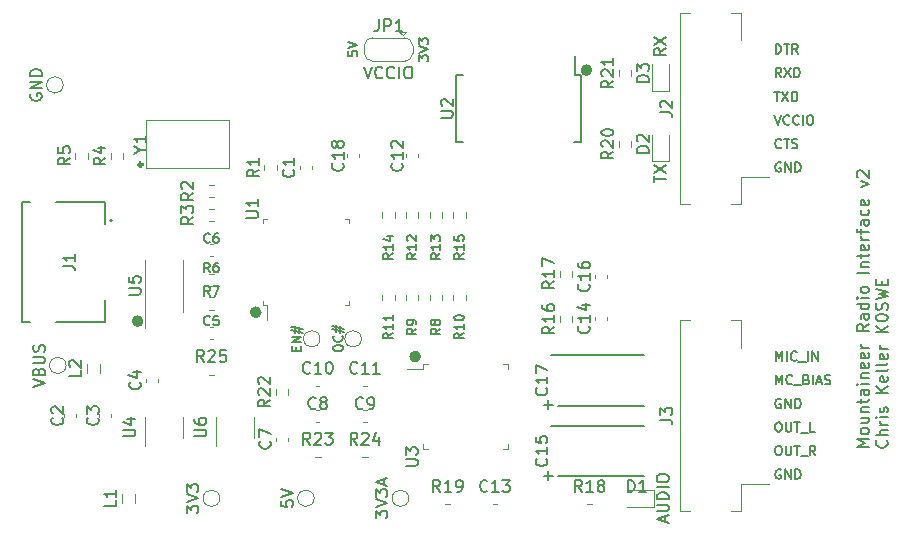
<source format=gbr>
%TF.GenerationSoftware,KiCad,Pcbnew,7.0.6-0*%
%TF.CreationDate,2023-08-27T22:36:32-06:00*%
%TF.ProjectId,mountaineer,6d6f756e-7461-4696-9e65-65722e6b6963,2*%
%TF.SameCoordinates,Original*%
%TF.FileFunction,Legend,Top*%
%TF.FilePolarity,Positive*%
%FSLAX46Y46*%
G04 Gerber Fmt 4.6, Leading zero omitted, Abs format (unit mm)*
G04 Created by KiCad (PCBNEW 7.0.6-0) date 2023-08-27 22:36:32*
%MOMM*%
%LPD*%
G01*
G04 APERTURE LIST*
%ADD10C,0.150000*%
%ADD11C,0.120000*%
%ADD12C,0.200000*%
%ADD13C,0.127000*%
%ADD14C,0.500000*%
%ADD15C,0.300000*%
G04 APERTURE END LIST*
D10*
X186649819Y-122663220D02*
X185649819Y-122663220D01*
X185649819Y-122663220D02*
X186364104Y-122329887D01*
X186364104Y-122329887D02*
X185649819Y-121996554D01*
X185649819Y-121996554D02*
X186649819Y-121996554D01*
X186649819Y-121377506D02*
X186602200Y-121472744D01*
X186602200Y-121472744D02*
X186554580Y-121520363D01*
X186554580Y-121520363D02*
X186459342Y-121567982D01*
X186459342Y-121567982D02*
X186173628Y-121567982D01*
X186173628Y-121567982D02*
X186078390Y-121520363D01*
X186078390Y-121520363D02*
X186030771Y-121472744D01*
X186030771Y-121472744D02*
X185983152Y-121377506D01*
X185983152Y-121377506D02*
X185983152Y-121234649D01*
X185983152Y-121234649D02*
X186030771Y-121139411D01*
X186030771Y-121139411D02*
X186078390Y-121091792D01*
X186078390Y-121091792D02*
X186173628Y-121044173D01*
X186173628Y-121044173D02*
X186459342Y-121044173D01*
X186459342Y-121044173D02*
X186554580Y-121091792D01*
X186554580Y-121091792D02*
X186602200Y-121139411D01*
X186602200Y-121139411D02*
X186649819Y-121234649D01*
X186649819Y-121234649D02*
X186649819Y-121377506D01*
X185983152Y-120187030D02*
X186649819Y-120187030D01*
X185983152Y-120615601D02*
X186506961Y-120615601D01*
X186506961Y-120615601D02*
X186602200Y-120567982D01*
X186602200Y-120567982D02*
X186649819Y-120472744D01*
X186649819Y-120472744D02*
X186649819Y-120329887D01*
X186649819Y-120329887D02*
X186602200Y-120234649D01*
X186602200Y-120234649D02*
X186554580Y-120187030D01*
X185983152Y-119710839D02*
X186649819Y-119710839D01*
X186078390Y-119710839D02*
X186030771Y-119663220D01*
X186030771Y-119663220D02*
X185983152Y-119567982D01*
X185983152Y-119567982D02*
X185983152Y-119425125D01*
X185983152Y-119425125D02*
X186030771Y-119329887D01*
X186030771Y-119329887D02*
X186126009Y-119282268D01*
X186126009Y-119282268D02*
X186649819Y-119282268D01*
X185983152Y-118948934D02*
X185983152Y-118567982D01*
X185649819Y-118806077D02*
X186506961Y-118806077D01*
X186506961Y-118806077D02*
X186602200Y-118758458D01*
X186602200Y-118758458D02*
X186649819Y-118663220D01*
X186649819Y-118663220D02*
X186649819Y-118567982D01*
X186649819Y-117806077D02*
X186126009Y-117806077D01*
X186126009Y-117806077D02*
X186030771Y-117853696D01*
X186030771Y-117853696D02*
X185983152Y-117948934D01*
X185983152Y-117948934D02*
X185983152Y-118139410D01*
X185983152Y-118139410D02*
X186030771Y-118234648D01*
X186602200Y-117806077D02*
X186649819Y-117901315D01*
X186649819Y-117901315D02*
X186649819Y-118139410D01*
X186649819Y-118139410D02*
X186602200Y-118234648D01*
X186602200Y-118234648D02*
X186506961Y-118282267D01*
X186506961Y-118282267D02*
X186411723Y-118282267D01*
X186411723Y-118282267D02*
X186316485Y-118234648D01*
X186316485Y-118234648D02*
X186268866Y-118139410D01*
X186268866Y-118139410D02*
X186268866Y-117901315D01*
X186268866Y-117901315D02*
X186221247Y-117806077D01*
X186649819Y-117329886D02*
X185983152Y-117329886D01*
X185649819Y-117329886D02*
X185697438Y-117377505D01*
X185697438Y-117377505D02*
X185745057Y-117329886D01*
X185745057Y-117329886D02*
X185697438Y-117282267D01*
X185697438Y-117282267D02*
X185649819Y-117329886D01*
X185649819Y-117329886D02*
X185745057Y-117329886D01*
X185983152Y-116853696D02*
X186649819Y-116853696D01*
X186078390Y-116853696D02*
X186030771Y-116806077D01*
X186030771Y-116806077D02*
X185983152Y-116710839D01*
X185983152Y-116710839D02*
X185983152Y-116567982D01*
X185983152Y-116567982D02*
X186030771Y-116472744D01*
X186030771Y-116472744D02*
X186126009Y-116425125D01*
X186126009Y-116425125D02*
X186649819Y-116425125D01*
X186602200Y-115567982D02*
X186649819Y-115663220D01*
X186649819Y-115663220D02*
X186649819Y-115853696D01*
X186649819Y-115853696D02*
X186602200Y-115948934D01*
X186602200Y-115948934D02*
X186506961Y-115996553D01*
X186506961Y-115996553D02*
X186126009Y-115996553D01*
X186126009Y-115996553D02*
X186030771Y-115948934D01*
X186030771Y-115948934D02*
X185983152Y-115853696D01*
X185983152Y-115853696D02*
X185983152Y-115663220D01*
X185983152Y-115663220D02*
X186030771Y-115567982D01*
X186030771Y-115567982D02*
X186126009Y-115520363D01*
X186126009Y-115520363D02*
X186221247Y-115520363D01*
X186221247Y-115520363D02*
X186316485Y-115996553D01*
X186602200Y-114710839D02*
X186649819Y-114806077D01*
X186649819Y-114806077D02*
X186649819Y-114996553D01*
X186649819Y-114996553D02*
X186602200Y-115091791D01*
X186602200Y-115091791D02*
X186506961Y-115139410D01*
X186506961Y-115139410D02*
X186126009Y-115139410D01*
X186126009Y-115139410D02*
X186030771Y-115091791D01*
X186030771Y-115091791D02*
X185983152Y-114996553D01*
X185983152Y-114996553D02*
X185983152Y-114806077D01*
X185983152Y-114806077D02*
X186030771Y-114710839D01*
X186030771Y-114710839D02*
X186126009Y-114663220D01*
X186126009Y-114663220D02*
X186221247Y-114663220D01*
X186221247Y-114663220D02*
X186316485Y-115139410D01*
X186649819Y-114234648D02*
X185983152Y-114234648D01*
X186173628Y-114234648D02*
X186078390Y-114187029D01*
X186078390Y-114187029D02*
X186030771Y-114139410D01*
X186030771Y-114139410D02*
X185983152Y-114044172D01*
X185983152Y-114044172D02*
X185983152Y-113948934D01*
X186649819Y-112282267D02*
X186173628Y-112615600D01*
X186649819Y-112853695D02*
X185649819Y-112853695D01*
X185649819Y-112853695D02*
X185649819Y-112472743D01*
X185649819Y-112472743D02*
X185697438Y-112377505D01*
X185697438Y-112377505D02*
X185745057Y-112329886D01*
X185745057Y-112329886D02*
X185840295Y-112282267D01*
X185840295Y-112282267D02*
X185983152Y-112282267D01*
X185983152Y-112282267D02*
X186078390Y-112329886D01*
X186078390Y-112329886D02*
X186126009Y-112377505D01*
X186126009Y-112377505D02*
X186173628Y-112472743D01*
X186173628Y-112472743D02*
X186173628Y-112853695D01*
X186649819Y-111425124D02*
X186126009Y-111425124D01*
X186126009Y-111425124D02*
X186030771Y-111472743D01*
X186030771Y-111472743D02*
X185983152Y-111567981D01*
X185983152Y-111567981D02*
X185983152Y-111758457D01*
X185983152Y-111758457D02*
X186030771Y-111853695D01*
X186602200Y-111425124D02*
X186649819Y-111520362D01*
X186649819Y-111520362D02*
X186649819Y-111758457D01*
X186649819Y-111758457D02*
X186602200Y-111853695D01*
X186602200Y-111853695D02*
X186506961Y-111901314D01*
X186506961Y-111901314D02*
X186411723Y-111901314D01*
X186411723Y-111901314D02*
X186316485Y-111853695D01*
X186316485Y-111853695D02*
X186268866Y-111758457D01*
X186268866Y-111758457D02*
X186268866Y-111520362D01*
X186268866Y-111520362D02*
X186221247Y-111425124D01*
X186649819Y-110520362D02*
X185649819Y-110520362D01*
X186602200Y-110520362D02*
X186649819Y-110615600D01*
X186649819Y-110615600D02*
X186649819Y-110806076D01*
X186649819Y-110806076D02*
X186602200Y-110901314D01*
X186602200Y-110901314D02*
X186554580Y-110948933D01*
X186554580Y-110948933D02*
X186459342Y-110996552D01*
X186459342Y-110996552D02*
X186173628Y-110996552D01*
X186173628Y-110996552D02*
X186078390Y-110948933D01*
X186078390Y-110948933D02*
X186030771Y-110901314D01*
X186030771Y-110901314D02*
X185983152Y-110806076D01*
X185983152Y-110806076D02*
X185983152Y-110615600D01*
X185983152Y-110615600D02*
X186030771Y-110520362D01*
X186649819Y-110044171D02*
X185983152Y-110044171D01*
X185649819Y-110044171D02*
X185697438Y-110091790D01*
X185697438Y-110091790D02*
X185745057Y-110044171D01*
X185745057Y-110044171D02*
X185697438Y-109996552D01*
X185697438Y-109996552D02*
X185649819Y-110044171D01*
X185649819Y-110044171D02*
X185745057Y-110044171D01*
X186649819Y-109425124D02*
X186602200Y-109520362D01*
X186602200Y-109520362D02*
X186554580Y-109567981D01*
X186554580Y-109567981D02*
X186459342Y-109615600D01*
X186459342Y-109615600D02*
X186173628Y-109615600D01*
X186173628Y-109615600D02*
X186078390Y-109567981D01*
X186078390Y-109567981D02*
X186030771Y-109520362D01*
X186030771Y-109520362D02*
X185983152Y-109425124D01*
X185983152Y-109425124D02*
X185983152Y-109282267D01*
X185983152Y-109282267D02*
X186030771Y-109187029D01*
X186030771Y-109187029D02*
X186078390Y-109139410D01*
X186078390Y-109139410D02*
X186173628Y-109091791D01*
X186173628Y-109091791D02*
X186459342Y-109091791D01*
X186459342Y-109091791D02*
X186554580Y-109139410D01*
X186554580Y-109139410D02*
X186602200Y-109187029D01*
X186602200Y-109187029D02*
X186649819Y-109282267D01*
X186649819Y-109282267D02*
X186649819Y-109425124D01*
X186649819Y-107901314D02*
X185649819Y-107901314D01*
X185983152Y-107425124D02*
X186649819Y-107425124D01*
X186078390Y-107425124D02*
X186030771Y-107377505D01*
X186030771Y-107377505D02*
X185983152Y-107282267D01*
X185983152Y-107282267D02*
X185983152Y-107139410D01*
X185983152Y-107139410D02*
X186030771Y-107044172D01*
X186030771Y-107044172D02*
X186126009Y-106996553D01*
X186126009Y-106996553D02*
X186649819Y-106996553D01*
X185983152Y-106663219D02*
X185983152Y-106282267D01*
X185649819Y-106520362D02*
X186506961Y-106520362D01*
X186506961Y-106520362D02*
X186602200Y-106472743D01*
X186602200Y-106472743D02*
X186649819Y-106377505D01*
X186649819Y-106377505D02*
X186649819Y-106282267D01*
X186602200Y-105567981D02*
X186649819Y-105663219D01*
X186649819Y-105663219D02*
X186649819Y-105853695D01*
X186649819Y-105853695D02*
X186602200Y-105948933D01*
X186602200Y-105948933D02*
X186506961Y-105996552D01*
X186506961Y-105996552D02*
X186126009Y-105996552D01*
X186126009Y-105996552D02*
X186030771Y-105948933D01*
X186030771Y-105948933D02*
X185983152Y-105853695D01*
X185983152Y-105853695D02*
X185983152Y-105663219D01*
X185983152Y-105663219D02*
X186030771Y-105567981D01*
X186030771Y-105567981D02*
X186126009Y-105520362D01*
X186126009Y-105520362D02*
X186221247Y-105520362D01*
X186221247Y-105520362D02*
X186316485Y-105996552D01*
X186649819Y-105091790D02*
X185983152Y-105091790D01*
X186173628Y-105091790D02*
X186078390Y-105044171D01*
X186078390Y-105044171D02*
X186030771Y-104996552D01*
X186030771Y-104996552D02*
X185983152Y-104901314D01*
X185983152Y-104901314D02*
X185983152Y-104806076D01*
X185983152Y-104615599D02*
X185983152Y-104234647D01*
X186649819Y-104472742D02*
X185792676Y-104472742D01*
X185792676Y-104472742D02*
X185697438Y-104425123D01*
X185697438Y-104425123D02*
X185649819Y-104329885D01*
X185649819Y-104329885D02*
X185649819Y-104234647D01*
X186649819Y-103472742D02*
X186126009Y-103472742D01*
X186126009Y-103472742D02*
X186030771Y-103520361D01*
X186030771Y-103520361D02*
X185983152Y-103615599D01*
X185983152Y-103615599D02*
X185983152Y-103806075D01*
X185983152Y-103806075D02*
X186030771Y-103901313D01*
X186602200Y-103472742D02*
X186649819Y-103567980D01*
X186649819Y-103567980D02*
X186649819Y-103806075D01*
X186649819Y-103806075D02*
X186602200Y-103901313D01*
X186602200Y-103901313D02*
X186506961Y-103948932D01*
X186506961Y-103948932D02*
X186411723Y-103948932D01*
X186411723Y-103948932D02*
X186316485Y-103901313D01*
X186316485Y-103901313D02*
X186268866Y-103806075D01*
X186268866Y-103806075D02*
X186268866Y-103567980D01*
X186268866Y-103567980D02*
X186221247Y-103472742D01*
X186602200Y-102567980D02*
X186649819Y-102663218D01*
X186649819Y-102663218D02*
X186649819Y-102853694D01*
X186649819Y-102853694D02*
X186602200Y-102948932D01*
X186602200Y-102948932D02*
X186554580Y-102996551D01*
X186554580Y-102996551D02*
X186459342Y-103044170D01*
X186459342Y-103044170D02*
X186173628Y-103044170D01*
X186173628Y-103044170D02*
X186078390Y-102996551D01*
X186078390Y-102996551D02*
X186030771Y-102948932D01*
X186030771Y-102948932D02*
X185983152Y-102853694D01*
X185983152Y-102853694D02*
X185983152Y-102663218D01*
X185983152Y-102663218D02*
X186030771Y-102567980D01*
X186602200Y-101758456D02*
X186649819Y-101853694D01*
X186649819Y-101853694D02*
X186649819Y-102044170D01*
X186649819Y-102044170D02*
X186602200Y-102139408D01*
X186602200Y-102139408D02*
X186506961Y-102187027D01*
X186506961Y-102187027D02*
X186126009Y-102187027D01*
X186126009Y-102187027D02*
X186030771Y-102139408D01*
X186030771Y-102139408D02*
X185983152Y-102044170D01*
X185983152Y-102044170D02*
X185983152Y-101853694D01*
X185983152Y-101853694D02*
X186030771Y-101758456D01*
X186030771Y-101758456D02*
X186126009Y-101710837D01*
X186126009Y-101710837D02*
X186221247Y-101710837D01*
X186221247Y-101710837D02*
X186316485Y-102187027D01*
X185983152Y-100615598D02*
X186649819Y-100377503D01*
X186649819Y-100377503D02*
X185983152Y-100139408D01*
X185745057Y-99806074D02*
X185697438Y-99758455D01*
X185697438Y-99758455D02*
X185649819Y-99663217D01*
X185649819Y-99663217D02*
X185649819Y-99425122D01*
X185649819Y-99425122D02*
X185697438Y-99329884D01*
X185697438Y-99329884D02*
X185745057Y-99282265D01*
X185745057Y-99282265D02*
X185840295Y-99234646D01*
X185840295Y-99234646D02*
X185935533Y-99234646D01*
X185935533Y-99234646D02*
X186078390Y-99282265D01*
X186078390Y-99282265D02*
X186649819Y-99853693D01*
X186649819Y-99853693D02*
X186649819Y-99234646D01*
X188164580Y-122091792D02*
X188212200Y-122139411D01*
X188212200Y-122139411D02*
X188259819Y-122282268D01*
X188259819Y-122282268D02*
X188259819Y-122377506D01*
X188259819Y-122377506D02*
X188212200Y-122520363D01*
X188212200Y-122520363D02*
X188116961Y-122615601D01*
X188116961Y-122615601D02*
X188021723Y-122663220D01*
X188021723Y-122663220D02*
X187831247Y-122710839D01*
X187831247Y-122710839D02*
X187688390Y-122710839D01*
X187688390Y-122710839D02*
X187497914Y-122663220D01*
X187497914Y-122663220D02*
X187402676Y-122615601D01*
X187402676Y-122615601D02*
X187307438Y-122520363D01*
X187307438Y-122520363D02*
X187259819Y-122377506D01*
X187259819Y-122377506D02*
X187259819Y-122282268D01*
X187259819Y-122282268D02*
X187307438Y-122139411D01*
X187307438Y-122139411D02*
X187355057Y-122091792D01*
X188259819Y-121663220D02*
X187259819Y-121663220D01*
X188259819Y-121234649D02*
X187736009Y-121234649D01*
X187736009Y-121234649D02*
X187640771Y-121282268D01*
X187640771Y-121282268D02*
X187593152Y-121377506D01*
X187593152Y-121377506D02*
X187593152Y-121520363D01*
X187593152Y-121520363D02*
X187640771Y-121615601D01*
X187640771Y-121615601D02*
X187688390Y-121663220D01*
X188259819Y-120758458D02*
X187593152Y-120758458D01*
X187783628Y-120758458D02*
X187688390Y-120710839D01*
X187688390Y-120710839D02*
X187640771Y-120663220D01*
X187640771Y-120663220D02*
X187593152Y-120567982D01*
X187593152Y-120567982D02*
X187593152Y-120472744D01*
X188259819Y-120139410D02*
X187593152Y-120139410D01*
X187259819Y-120139410D02*
X187307438Y-120187029D01*
X187307438Y-120187029D02*
X187355057Y-120139410D01*
X187355057Y-120139410D02*
X187307438Y-120091791D01*
X187307438Y-120091791D02*
X187259819Y-120139410D01*
X187259819Y-120139410D02*
X187355057Y-120139410D01*
X188212200Y-119710839D02*
X188259819Y-119615601D01*
X188259819Y-119615601D02*
X188259819Y-119425125D01*
X188259819Y-119425125D02*
X188212200Y-119329887D01*
X188212200Y-119329887D02*
X188116961Y-119282268D01*
X188116961Y-119282268D02*
X188069342Y-119282268D01*
X188069342Y-119282268D02*
X187974104Y-119329887D01*
X187974104Y-119329887D02*
X187926485Y-119425125D01*
X187926485Y-119425125D02*
X187926485Y-119567982D01*
X187926485Y-119567982D02*
X187878866Y-119663220D01*
X187878866Y-119663220D02*
X187783628Y-119710839D01*
X187783628Y-119710839D02*
X187736009Y-119710839D01*
X187736009Y-119710839D02*
X187640771Y-119663220D01*
X187640771Y-119663220D02*
X187593152Y-119567982D01*
X187593152Y-119567982D02*
X187593152Y-119425125D01*
X187593152Y-119425125D02*
X187640771Y-119329887D01*
X188259819Y-118091791D02*
X187259819Y-118091791D01*
X188259819Y-117520363D02*
X187688390Y-117948934D01*
X187259819Y-117520363D02*
X187831247Y-118091791D01*
X188212200Y-116710839D02*
X188259819Y-116806077D01*
X188259819Y-116806077D02*
X188259819Y-116996553D01*
X188259819Y-116996553D02*
X188212200Y-117091791D01*
X188212200Y-117091791D02*
X188116961Y-117139410D01*
X188116961Y-117139410D02*
X187736009Y-117139410D01*
X187736009Y-117139410D02*
X187640771Y-117091791D01*
X187640771Y-117091791D02*
X187593152Y-116996553D01*
X187593152Y-116996553D02*
X187593152Y-116806077D01*
X187593152Y-116806077D02*
X187640771Y-116710839D01*
X187640771Y-116710839D02*
X187736009Y-116663220D01*
X187736009Y-116663220D02*
X187831247Y-116663220D01*
X187831247Y-116663220D02*
X187926485Y-117139410D01*
X188259819Y-116091791D02*
X188212200Y-116187029D01*
X188212200Y-116187029D02*
X188116961Y-116234648D01*
X188116961Y-116234648D02*
X187259819Y-116234648D01*
X188259819Y-115567981D02*
X188212200Y-115663219D01*
X188212200Y-115663219D02*
X188116961Y-115710838D01*
X188116961Y-115710838D02*
X187259819Y-115710838D01*
X188212200Y-114806076D02*
X188259819Y-114901314D01*
X188259819Y-114901314D02*
X188259819Y-115091790D01*
X188259819Y-115091790D02*
X188212200Y-115187028D01*
X188212200Y-115187028D02*
X188116961Y-115234647D01*
X188116961Y-115234647D02*
X187736009Y-115234647D01*
X187736009Y-115234647D02*
X187640771Y-115187028D01*
X187640771Y-115187028D02*
X187593152Y-115091790D01*
X187593152Y-115091790D02*
X187593152Y-114901314D01*
X187593152Y-114901314D02*
X187640771Y-114806076D01*
X187640771Y-114806076D02*
X187736009Y-114758457D01*
X187736009Y-114758457D02*
X187831247Y-114758457D01*
X187831247Y-114758457D02*
X187926485Y-115234647D01*
X188259819Y-114329885D02*
X187593152Y-114329885D01*
X187783628Y-114329885D02*
X187688390Y-114282266D01*
X187688390Y-114282266D02*
X187640771Y-114234647D01*
X187640771Y-114234647D02*
X187593152Y-114139409D01*
X187593152Y-114139409D02*
X187593152Y-114044171D01*
X188259819Y-112948932D02*
X187259819Y-112948932D01*
X188259819Y-112377504D02*
X187688390Y-112806075D01*
X187259819Y-112377504D02*
X187831247Y-112948932D01*
X187259819Y-111758456D02*
X187259819Y-111663218D01*
X187259819Y-111663218D02*
X187307438Y-111567980D01*
X187307438Y-111567980D02*
X187355057Y-111520361D01*
X187355057Y-111520361D02*
X187450295Y-111472742D01*
X187450295Y-111472742D02*
X187640771Y-111425123D01*
X187640771Y-111425123D02*
X187878866Y-111425123D01*
X187878866Y-111425123D02*
X188069342Y-111472742D01*
X188069342Y-111472742D02*
X188164580Y-111520361D01*
X188164580Y-111520361D02*
X188212200Y-111567980D01*
X188212200Y-111567980D02*
X188259819Y-111663218D01*
X188259819Y-111663218D02*
X188259819Y-111758456D01*
X188259819Y-111758456D02*
X188212200Y-111853694D01*
X188212200Y-111853694D02*
X188164580Y-111901313D01*
X188164580Y-111901313D02*
X188069342Y-111948932D01*
X188069342Y-111948932D02*
X187878866Y-111996551D01*
X187878866Y-111996551D02*
X187640771Y-111996551D01*
X187640771Y-111996551D02*
X187450295Y-111948932D01*
X187450295Y-111948932D02*
X187355057Y-111901313D01*
X187355057Y-111901313D02*
X187307438Y-111853694D01*
X187307438Y-111853694D02*
X187259819Y-111758456D01*
X188212200Y-111044170D02*
X188259819Y-110901313D01*
X188259819Y-110901313D02*
X188259819Y-110663218D01*
X188259819Y-110663218D02*
X188212200Y-110567980D01*
X188212200Y-110567980D02*
X188164580Y-110520361D01*
X188164580Y-110520361D02*
X188069342Y-110472742D01*
X188069342Y-110472742D02*
X187974104Y-110472742D01*
X187974104Y-110472742D02*
X187878866Y-110520361D01*
X187878866Y-110520361D02*
X187831247Y-110567980D01*
X187831247Y-110567980D02*
X187783628Y-110663218D01*
X187783628Y-110663218D02*
X187736009Y-110853694D01*
X187736009Y-110853694D02*
X187688390Y-110948932D01*
X187688390Y-110948932D02*
X187640771Y-110996551D01*
X187640771Y-110996551D02*
X187545533Y-111044170D01*
X187545533Y-111044170D02*
X187450295Y-111044170D01*
X187450295Y-111044170D02*
X187355057Y-110996551D01*
X187355057Y-110996551D02*
X187307438Y-110948932D01*
X187307438Y-110948932D02*
X187259819Y-110853694D01*
X187259819Y-110853694D02*
X187259819Y-110615599D01*
X187259819Y-110615599D02*
X187307438Y-110472742D01*
X187259819Y-110139408D02*
X188259819Y-109901313D01*
X188259819Y-109901313D02*
X187545533Y-109710837D01*
X187545533Y-109710837D02*
X188259819Y-109520361D01*
X188259819Y-109520361D02*
X187259819Y-109282266D01*
X187736009Y-108901313D02*
X187736009Y-108567980D01*
X188259819Y-108425123D02*
X188259819Y-108901313D01*
X188259819Y-108901313D02*
X187259819Y-108901313D01*
X187259819Y-108901313D02*
X187259819Y-108425123D01*
X138193247Y-114490475D02*
X138193247Y-114223809D01*
X138612295Y-114109523D02*
X138612295Y-114490475D01*
X138612295Y-114490475D02*
X137812295Y-114490475D01*
X137812295Y-114490475D02*
X137812295Y-114109523D01*
X138612295Y-113766665D02*
X137812295Y-113766665D01*
X137812295Y-113766665D02*
X138612295Y-113309522D01*
X138612295Y-113309522D02*
X137812295Y-113309522D01*
X138078961Y-112966666D02*
X138078961Y-112395237D01*
X137736104Y-112738094D02*
X138764676Y-112966666D01*
X138421819Y-112471427D02*
X138421819Y-113042856D01*
X138764676Y-112699999D02*
X137736104Y-112471427D01*
X141312295Y-114376189D02*
X141312295Y-114223808D01*
X141312295Y-114223808D02*
X141350390Y-114147618D01*
X141350390Y-114147618D02*
X141426580Y-114071427D01*
X141426580Y-114071427D02*
X141578961Y-114033332D01*
X141578961Y-114033332D02*
X141845628Y-114033332D01*
X141845628Y-114033332D02*
X141998009Y-114071427D01*
X141998009Y-114071427D02*
X142074200Y-114147618D01*
X142074200Y-114147618D02*
X142112295Y-114223808D01*
X142112295Y-114223808D02*
X142112295Y-114376189D01*
X142112295Y-114376189D02*
X142074200Y-114452380D01*
X142074200Y-114452380D02*
X141998009Y-114528570D01*
X141998009Y-114528570D02*
X141845628Y-114566666D01*
X141845628Y-114566666D02*
X141578961Y-114566666D01*
X141578961Y-114566666D02*
X141426580Y-114528570D01*
X141426580Y-114528570D02*
X141350390Y-114452380D01*
X141350390Y-114452380D02*
X141312295Y-114376189D01*
X142036104Y-113233332D02*
X142074200Y-113271428D01*
X142074200Y-113271428D02*
X142112295Y-113385713D01*
X142112295Y-113385713D02*
X142112295Y-113461904D01*
X142112295Y-113461904D02*
X142074200Y-113576190D01*
X142074200Y-113576190D02*
X141998009Y-113652380D01*
X141998009Y-113652380D02*
X141921819Y-113690475D01*
X141921819Y-113690475D02*
X141769438Y-113728571D01*
X141769438Y-113728571D02*
X141655152Y-113728571D01*
X141655152Y-113728571D02*
X141502771Y-113690475D01*
X141502771Y-113690475D02*
X141426580Y-113652380D01*
X141426580Y-113652380D02*
X141350390Y-113576190D01*
X141350390Y-113576190D02*
X141312295Y-113461904D01*
X141312295Y-113461904D02*
X141312295Y-113385713D01*
X141312295Y-113385713D02*
X141350390Y-113271428D01*
X141350390Y-113271428D02*
X141388485Y-113233332D01*
X141578961Y-112928571D02*
X141578961Y-112357142D01*
X141236104Y-112699999D02*
X142264676Y-112928571D01*
X141921819Y-112433332D02*
X141921819Y-113004761D01*
X142264676Y-112661904D02*
X141236104Y-112433332D01*
X145166666Y-86454819D02*
X145166666Y-87169104D01*
X145166666Y-87169104D02*
X145119047Y-87311961D01*
X145119047Y-87311961D02*
X145023809Y-87407200D01*
X145023809Y-87407200D02*
X144880952Y-87454819D01*
X144880952Y-87454819D02*
X144785714Y-87454819D01*
X145642857Y-87454819D02*
X145642857Y-86454819D01*
X145642857Y-86454819D02*
X146023809Y-86454819D01*
X146023809Y-86454819D02*
X146119047Y-86502438D01*
X146119047Y-86502438D02*
X146166666Y-86550057D01*
X146166666Y-86550057D02*
X146214285Y-86645295D01*
X146214285Y-86645295D02*
X146214285Y-86788152D01*
X146214285Y-86788152D02*
X146166666Y-86883390D01*
X146166666Y-86883390D02*
X146119047Y-86931009D01*
X146119047Y-86931009D02*
X146023809Y-86978628D01*
X146023809Y-86978628D02*
X145642857Y-86978628D01*
X147166666Y-87454819D02*
X146595238Y-87454819D01*
X146880952Y-87454819D02*
X146880952Y-86454819D01*
X146880952Y-86454819D02*
X146785714Y-86597676D01*
X146785714Y-86597676D02*
X146690476Y-86692914D01*
X146690476Y-86692914D02*
X146595238Y-86740533D01*
X143904762Y-90454819D02*
X144238095Y-91454819D01*
X144238095Y-91454819D02*
X144571428Y-90454819D01*
X145476190Y-91359580D02*
X145428571Y-91407200D01*
X145428571Y-91407200D02*
X145285714Y-91454819D01*
X145285714Y-91454819D02*
X145190476Y-91454819D01*
X145190476Y-91454819D02*
X145047619Y-91407200D01*
X145047619Y-91407200D02*
X144952381Y-91311961D01*
X144952381Y-91311961D02*
X144904762Y-91216723D01*
X144904762Y-91216723D02*
X144857143Y-91026247D01*
X144857143Y-91026247D02*
X144857143Y-90883390D01*
X144857143Y-90883390D02*
X144904762Y-90692914D01*
X144904762Y-90692914D02*
X144952381Y-90597676D01*
X144952381Y-90597676D02*
X145047619Y-90502438D01*
X145047619Y-90502438D02*
X145190476Y-90454819D01*
X145190476Y-90454819D02*
X145285714Y-90454819D01*
X145285714Y-90454819D02*
X145428571Y-90502438D01*
X145428571Y-90502438D02*
X145476190Y-90550057D01*
X146476190Y-91359580D02*
X146428571Y-91407200D01*
X146428571Y-91407200D02*
X146285714Y-91454819D01*
X146285714Y-91454819D02*
X146190476Y-91454819D01*
X146190476Y-91454819D02*
X146047619Y-91407200D01*
X146047619Y-91407200D02*
X145952381Y-91311961D01*
X145952381Y-91311961D02*
X145904762Y-91216723D01*
X145904762Y-91216723D02*
X145857143Y-91026247D01*
X145857143Y-91026247D02*
X145857143Y-90883390D01*
X145857143Y-90883390D02*
X145904762Y-90692914D01*
X145904762Y-90692914D02*
X145952381Y-90597676D01*
X145952381Y-90597676D02*
X146047619Y-90502438D01*
X146047619Y-90502438D02*
X146190476Y-90454819D01*
X146190476Y-90454819D02*
X146285714Y-90454819D01*
X146285714Y-90454819D02*
X146428571Y-90502438D01*
X146428571Y-90502438D02*
X146476190Y-90550057D01*
X146904762Y-91454819D02*
X146904762Y-90454819D01*
X147571428Y-90454819D02*
X147761904Y-90454819D01*
X147761904Y-90454819D02*
X147857142Y-90502438D01*
X147857142Y-90502438D02*
X147952380Y-90597676D01*
X147952380Y-90597676D02*
X147999999Y-90788152D01*
X147999999Y-90788152D02*
X147999999Y-91121485D01*
X147999999Y-91121485D02*
X147952380Y-91311961D01*
X147952380Y-91311961D02*
X147857142Y-91407200D01*
X147857142Y-91407200D02*
X147761904Y-91454819D01*
X147761904Y-91454819D02*
X147571428Y-91454819D01*
X147571428Y-91454819D02*
X147476190Y-91407200D01*
X147476190Y-91407200D02*
X147380952Y-91311961D01*
X147380952Y-91311961D02*
X147333333Y-91121485D01*
X147333333Y-91121485D02*
X147333333Y-90788152D01*
X147333333Y-90788152D02*
X147380952Y-90597676D01*
X147380952Y-90597676D02*
X147476190Y-90502438D01*
X147476190Y-90502438D02*
X147571428Y-90454819D01*
X148562295Y-89990476D02*
X148562295Y-89495238D01*
X148562295Y-89495238D02*
X148867057Y-89761904D01*
X148867057Y-89761904D02*
X148867057Y-89647619D01*
X148867057Y-89647619D02*
X148905152Y-89571428D01*
X148905152Y-89571428D02*
X148943247Y-89533333D01*
X148943247Y-89533333D02*
X149019438Y-89495238D01*
X149019438Y-89495238D02*
X149209914Y-89495238D01*
X149209914Y-89495238D02*
X149286104Y-89533333D01*
X149286104Y-89533333D02*
X149324200Y-89571428D01*
X149324200Y-89571428D02*
X149362295Y-89647619D01*
X149362295Y-89647619D02*
X149362295Y-89876190D01*
X149362295Y-89876190D02*
X149324200Y-89952381D01*
X149324200Y-89952381D02*
X149286104Y-89990476D01*
X148562295Y-89266666D02*
X149362295Y-88999999D01*
X149362295Y-88999999D02*
X148562295Y-88733333D01*
X148562295Y-88542857D02*
X148562295Y-88047619D01*
X148562295Y-88047619D02*
X148867057Y-88314285D01*
X148867057Y-88314285D02*
X148867057Y-88200000D01*
X148867057Y-88200000D02*
X148905152Y-88123809D01*
X148905152Y-88123809D02*
X148943247Y-88085714D01*
X148943247Y-88085714D02*
X149019438Y-88047619D01*
X149019438Y-88047619D02*
X149209914Y-88047619D01*
X149209914Y-88047619D02*
X149286104Y-88085714D01*
X149286104Y-88085714D02*
X149324200Y-88123809D01*
X149324200Y-88123809D02*
X149362295Y-88200000D01*
X149362295Y-88200000D02*
X149362295Y-88428571D01*
X149362295Y-88428571D02*
X149324200Y-88504762D01*
X149324200Y-88504762D02*
X149286104Y-88542857D01*
X142562295Y-89152380D02*
X142562295Y-89533332D01*
X142562295Y-89533332D02*
X142943247Y-89571428D01*
X142943247Y-89571428D02*
X142905152Y-89533332D01*
X142905152Y-89533332D02*
X142867057Y-89457142D01*
X142867057Y-89457142D02*
X142867057Y-89266666D01*
X142867057Y-89266666D02*
X142905152Y-89190475D01*
X142905152Y-89190475D02*
X142943247Y-89152380D01*
X142943247Y-89152380D02*
X143019438Y-89114285D01*
X143019438Y-89114285D02*
X143209914Y-89114285D01*
X143209914Y-89114285D02*
X143286104Y-89152380D01*
X143286104Y-89152380D02*
X143324200Y-89190475D01*
X143324200Y-89190475D02*
X143362295Y-89266666D01*
X143362295Y-89266666D02*
X143362295Y-89457142D01*
X143362295Y-89457142D02*
X143324200Y-89533332D01*
X143324200Y-89533332D02*
X143286104Y-89571428D01*
X142562295Y-88885713D02*
X143362295Y-88619046D01*
X143362295Y-88619046D02*
X142562295Y-88352380D01*
X130357142Y-115454819D02*
X130023809Y-114978628D01*
X129785714Y-115454819D02*
X129785714Y-114454819D01*
X129785714Y-114454819D02*
X130166666Y-114454819D01*
X130166666Y-114454819D02*
X130261904Y-114502438D01*
X130261904Y-114502438D02*
X130309523Y-114550057D01*
X130309523Y-114550057D02*
X130357142Y-114645295D01*
X130357142Y-114645295D02*
X130357142Y-114788152D01*
X130357142Y-114788152D02*
X130309523Y-114883390D01*
X130309523Y-114883390D02*
X130261904Y-114931009D01*
X130261904Y-114931009D02*
X130166666Y-114978628D01*
X130166666Y-114978628D02*
X129785714Y-114978628D01*
X130738095Y-114550057D02*
X130785714Y-114502438D01*
X130785714Y-114502438D02*
X130880952Y-114454819D01*
X130880952Y-114454819D02*
X131119047Y-114454819D01*
X131119047Y-114454819D02*
X131214285Y-114502438D01*
X131214285Y-114502438D02*
X131261904Y-114550057D01*
X131261904Y-114550057D02*
X131309523Y-114645295D01*
X131309523Y-114645295D02*
X131309523Y-114740533D01*
X131309523Y-114740533D02*
X131261904Y-114883390D01*
X131261904Y-114883390D02*
X130690476Y-115454819D01*
X130690476Y-115454819D02*
X131309523Y-115454819D01*
X132214285Y-114454819D02*
X131738095Y-114454819D01*
X131738095Y-114454819D02*
X131690476Y-114931009D01*
X131690476Y-114931009D02*
X131738095Y-114883390D01*
X131738095Y-114883390D02*
X131833333Y-114835771D01*
X131833333Y-114835771D02*
X132071428Y-114835771D01*
X132071428Y-114835771D02*
X132166666Y-114883390D01*
X132166666Y-114883390D02*
X132214285Y-114931009D01*
X132214285Y-114931009D02*
X132261904Y-115026247D01*
X132261904Y-115026247D02*
X132261904Y-115264342D01*
X132261904Y-115264342D02*
X132214285Y-115359580D01*
X132214285Y-115359580D02*
X132166666Y-115407200D01*
X132166666Y-115407200D02*
X132071428Y-115454819D01*
X132071428Y-115454819D02*
X131833333Y-115454819D01*
X131833333Y-115454819D02*
X131738095Y-115407200D01*
X131738095Y-115407200D02*
X131690476Y-115359580D01*
X118454819Y-107333333D02*
X119169104Y-107333333D01*
X119169104Y-107333333D02*
X119311961Y-107380952D01*
X119311961Y-107380952D02*
X119407200Y-107476190D01*
X119407200Y-107476190D02*
X119454819Y-107619047D01*
X119454819Y-107619047D02*
X119454819Y-107714285D01*
X119454819Y-106333333D02*
X119454819Y-106904761D01*
X119454819Y-106619047D02*
X118454819Y-106619047D01*
X118454819Y-106619047D02*
X118597676Y-106714285D01*
X118597676Y-106714285D02*
X118692914Y-106809523D01*
X118692914Y-106809523D02*
X118740533Y-106904761D01*
X119954819Y-116166666D02*
X119954819Y-116642856D01*
X119954819Y-116642856D02*
X118954819Y-116642856D01*
X119050057Y-115880951D02*
X119002438Y-115833332D01*
X119002438Y-115833332D02*
X118954819Y-115738094D01*
X118954819Y-115738094D02*
X118954819Y-115499999D01*
X118954819Y-115499999D02*
X119002438Y-115404761D01*
X119002438Y-115404761D02*
X119050057Y-115357142D01*
X119050057Y-115357142D02*
X119145295Y-115309523D01*
X119145295Y-115309523D02*
X119240533Y-115309523D01*
X119240533Y-115309523D02*
X119383390Y-115357142D01*
X119383390Y-115357142D02*
X119954819Y-115928570D01*
X119954819Y-115928570D02*
X119954819Y-115309523D01*
X122904819Y-127166666D02*
X122904819Y-127642856D01*
X122904819Y-127642856D02*
X121904819Y-127642856D01*
X122904819Y-126309523D02*
X122904819Y-126880951D01*
X122904819Y-126595237D02*
X121904819Y-126595237D01*
X121904819Y-126595237D02*
X122047676Y-126690475D01*
X122047676Y-126690475D02*
X122142914Y-126785713D01*
X122142914Y-126785713D02*
X122190533Y-126880951D01*
X124004819Y-109761904D02*
X124814342Y-109761904D01*
X124814342Y-109761904D02*
X124909580Y-109714285D01*
X124909580Y-109714285D02*
X124957200Y-109666666D01*
X124957200Y-109666666D02*
X125004819Y-109571428D01*
X125004819Y-109571428D02*
X125004819Y-109380952D01*
X125004819Y-109380952D02*
X124957200Y-109285714D01*
X124957200Y-109285714D02*
X124909580Y-109238095D01*
X124909580Y-109238095D02*
X124814342Y-109190476D01*
X124814342Y-109190476D02*
X124004819Y-109190476D01*
X124004819Y-108238095D02*
X124004819Y-108714285D01*
X124004819Y-108714285D02*
X124481009Y-108761904D01*
X124481009Y-108761904D02*
X124433390Y-108714285D01*
X124433390Y-108714285D02*
X124385771Y-108619047D01*
X124385771Y-108619047D02*
X124385771Y-108380952D01*
X124385771Y-108380952D02*
X124433390Y-108285714D01*
X124433390Y-108285714D02*
X124481009Y-108238095D01*
X124481009Y-108238095D02*
X124576247Y-108190476D01*
X124576247Y-108190476D02*
X124814342Y-108190476D01*
X124814342Y-108190476D02*
X124909580Y-108238095D01*
X124909580Y-108238095D02*
X124957200Y-108285714D01*
X124957200Y-108285714D02*
X125004819Y-108380952D01*
X125004819Y-108380952D02*
X125004819Y-108619047D01*
X125004819Y-108619047D02*
X124957200Y-108714285D01*
X124957200Y-108714285D02*
X124909580Y-108761904D01*
X124978628Y-97476190D02*
X125454819Y-97476190D01*
X124454819Y-97809523D02*
X124978628Y-97476190D01*
X124978628Y-97476190D02*
X124454819Y-97142857D01*
X125454819Y-96285714D02*
X125454819Y-96857142D01*
X125454819Y-96571428D02*
X124454819Y-96571428D01*
X124454819Y-96571428D02*
X124597676Y-96666666D01*
X124597676Y-96666666D02*
X124692914Y-96761904D01*
X124692914Y-96761904D02*
X124740533Y-96857142D01*
X169004819Y-94333333D02*
X169719104Y-94333333D01*
X169719104Y-94333333D02*
X169861961Y-94380952D01*
X169861961Y-94380952D02*
X169957200Y-94476190D01*
X169957200Y-94476190D02*
X170004819Y-94619047D01*
X170004819Y-94619047D02*
X170004819Y-94714285D01*
X169100057Y-93904761D02*
X169052438Y-93857142D01*
X169052438Y-93857142D02*
X169004819Y-93761904D01*
X169004819Y-93761904D02*
X169004819Y-93523809D01*
X169004819Y-93523809D02*
X169052438Y-93428571D01*
X169052438Y-93428571D02*
X169100057Y-93380952D01*
X169100057Y-93380952D02*
X169195295Y-93333333D01*
X169195295Y-93333333D02*
X169290533Y-93333333D01*
X169290533Y-93333333D02*
X169433390Y-93380952D01*
X169433390Y-93380952D02*
X170004819Y-93952380D01*
X170004819Y-93952380D02*
X170004819Y-93333333D01*
X179208207Y-98600390D02*
X179132017Y-98562295D01*
X179132017Y-98562295D02*
X179017731Y-98562295D01*
X179017731Y-98562295D02*
X178903445Y-98600390D01*
X178903445Y-98600390D02*
X178827255Y-98676580D01*
X178827255Y-98676580D02*
X178789160Y-98752771D01*
X178789160Y-98752771D02*
X178751064Y-98905152D01*
X178751064Y-98905152D02*
X178751064Y-99019438D01*
X178751064Y-99019438D02*
X178789160Y-99171819D01*
X178789160Y-99171819D02*
X178827255Y-99248009D01*
X178827255Y-99248009D02*
X178903445Y-99324200D01*
X178903445Y-99324200D02*
X179017731Y-99362295D01*
X179017731Y-99362295D02*
X179093922Y-99362295D01*
X179093922Y-99362295D02*
X179208207Y-99324200D01*
X179208207Y-99324200D02*
X179246303Y-99286104D01*
X179246303Y-99286104D02*
X179246303Y-99019438D01*
X179246303Y-99019438D02*
X179093922Y-99019438D01*
X179589160Y-99362295D02*
X179589160Y-98562295D01*
X179589160Y-98562295D02*
X180046303Y-99362295D01*
X180046303Y-99362295D02*
X180046303Y-98562295D01*
X180427255Y-99362295D02*
X180427255Y-98562295D01*
X180427255Y-98562295D02*
X180617731Y-98562295D01*
X180617731Y-98562295D02*
X180732017Y-98600390D01*
X180732017Y-98600390D02*
X180808207Y-98676580D01*
X180808207Y-98676580D02*
X180846302Y-98752771D01*
X180846302Y-98752771D02*
X180884398Y-98905152D01*
X180884398Y-98905152D02*
X180884398Y-99019438D01*
X180884398Y-99019438D02*
X180846302Y-99171819D01*
X180846302Y-99171819D02*
X180808207Y-99248009D01*
X180808207Y-99248009D02*
X180732017Y-99324200D01*
X180732017Y-99324200D02*
X180617731Y-99362295D01*
X180617731Y-99362295D02*
X180427255Y-99362295D01*
X179246303Y-97286104D02*
X179208207Y-97324200D01*
X179208207Y-97324200D02*
X179093922Y-97362295D01*
X179093922Y-97362295D02*
X179017731Y-97362295D01*
X179017731Y-97362295D02*
X178903445Y-97324200D01*
X178903445Y-97324200D02*
X178827255Y-97248009D01*
X178827255Y-97248009D02*
X178789160Y-97171819D01*
X178789160Y-97171819D02*
X178751064Y-97019438D01*
X178751064Y-97019438D02*
X178751064Y-96905152D01*
X178751064Y-96905152D02*
X178789160Y-96752771D01*
X178789160Y-96752771D02*
X178827255Y-96676580D01*
X178827255Y-96676580D02*
X178903445Y-96600390D01*
X178903445Y-96600390D02*
X179017731Y-96562295D01*
X179017731Y-96562295D02*
X179093922Y-96562295D01*
X179093922Y-96562295D02*
X179208207Y-96600390D01*
X179208207Y-96600390D02*
X179246303Y-96638485D01*
X179474874Y-96562295D02*
X179932017Y-96562295D01*
X179703445Y-97362295D02*
X179703445Y-96562295D01*
X180160588Y-97324200D02*
X180274874Y-97362295D01*
X180274874Y-97362295D02*
X180465350Y-97362295D01*
X180465350Y-97362295D02*
X180541541Y-97324200D01*
X180541541Y-97324200D02*
X180579636Y-97286104D01*
X180579636Y-97286104D02*
X180617731Y-97209914D01*
X180617731Y-97209914D02*
X180617731Y-97133723D01*
X180617731Y-97133723D02*
X180579636Y-97057533D01*
X180579636Y-97057533D02*
X180541541Y-97019438D01*
X180541541Y-97019438D02*
X180465350Y-96981342D01*
X180465350Y-96981342D02*
X180312969Y-96943247D01*
X180312969Y-96943247D02*
X180236779Y-96905152D01*
X180236779Y-96905152D02*
X180198684Y-96867057D01*
X180198684Y-96867057D02*
X180160588Y-96790866D01*
X180160588Y-96790866D02*
X180160588Y-96714676D01*
X180160588Y-96714676D02*
X180198684Y-96638485D01*
X180198684Y-96638485D02*
X180236779Y-96600390D01*
X180236779Y-96600390D02*
X180312969Y-96562295D01*
X180312969Y-96562295D02*
X180503446Y-96562295D01*
X180503446Y-96562295D02*
X180617731Y-96600390D01*
X178674874Y-94562295D02*
X178941541Y-95362295D01*
X178941541Y-95362295D02*
X179208207Y-94562295D01*
X179932017Y-95286104D02*
X179893921Y-95324200D01*
X179893921Y-95324200D02*
X179779636Y-95362295D01*
X179779636Y-95362295D02*
X179703445Y-95362295D01*
X179703445Y-95362295D02*
X179589159Y-95324200D01*
X179589159Y-95324200D02*
X179512969Y-95248009D01*
X179512969Y-95248009D02*
X179474874Y-95171819D01*
X179474874Y-95171819D02*
X179436778Y-95019438D01*
X179436778Y-95019438D02*
X179436778Y-94905152D01*
X179436778Y-94905152D02*
X179474874Y-94752771D01*
X179474874Y-94752771D02*
X179512969Y-94676580D01*
X179512969Y-94676580D02*
X179589159Y-94600390D01*
X179589159Y-94600390D02*
X179703445Y-94562295D01*
X179703445Y-94562295D02*
X179779636Y-94562295D01*
X179779636Y-94562295D02*
X179893921Y-94600390D01*
X179893921Y-94600390D02*
X179932017Y-94638485D01*
X180732017Y-95286104D02*
X180693921Y-95324200D01*
X180693921Y-95324200D02*
X180579636Y-95362295D01*
X180579636Y-95362295D02*
X180503445Y-95362295D01*
X180503445Y-95362295D02*
X180389159Y-95324200D01*
X180389159Y-95324200D02*
X180312969Y-95248009D01*
X180312969Y-95248009D02*
X180274874Y-95171819D01*
X180274874Y-95171819D02*
X180236778Y-95019438D01*
X180236778Y-95019438D02*
X180236778Y-94905152D01*
X180236778Y-94905152D02*
X180274874Y-94752771D01*
X180274874Y-94752771D02*
X180312969Y-94676580D01*
X180312969Y-94676580D02*
X180389159Y-94600390D01*
X180389159Y-94600390D02*
X180503445Y-94562295D01*
X180503445Y-94562295D02*
X180579636Y-94562295D01*
X180579636Y-94562295D02*
X180693921Y-94600390D01*
X180693921Y-94600390D02*
X180732017Y-94638485D01*
X181074874Y-95362295D02*
X181074874Y-94562295D01*
X181608207Y-94562295D02*
X181760588Y-94562295D01*
X181760588Y-94562295D02*
X181836778Y-94600390D01*
X181836778Y-94600390D02*
X181912969Y-94676580D01*
X181912969Y-94676580D02*
X181951064Y-94828961D01*
X181951064Y-94828961D02*
X181951064Y-95095628D01*
X181951064Y-95095628D02*
X181912969Y-95248009D01*
X181912969Y-95248009D02*
X181836778Y-95324200D01*
X181836778Y-95324200D02*
X181760588Y-95362295D01*
X181760588Y-95362295D02*
X181608207Y-95362295D01*
X181608207Y-95362295D02*
X181532016Y-95324200D01*
X181532016Y-95324200D02*
X181455826Y-95248009D01*
X181455826Y-95248009D02*
X181417730Y-95095628D01*
X181417730Y-95095628D02*
X181417730Y-94828961D01*
X181417730Y-94828961D02*
X181455826Y-94676580D01*
X181455826Y-94676580D02*
X181532016Y-94600390D01*
X181532016Y-94600390D02*
X181608207Y-94562295D01*
X178674874Y-92562295D02*
X179132017Y-92562295D01*
X178903445Y-93362295D02*
X178903445Y-92562295D01*
X179322493Y-92562295D02*
X179855827Y-93362295D01*
X179855827Y-92562295D02*
X179322493Y-93362295D01*
X180160589Y-93362295D02*
X180160589Y-92562295D01*
X180160589Y-92562295D02*
X180351065Y-92562295D01*
X180351065Y-92562295D02*
X180465351Y-92600390D01*
X180465351Y-92600390D02*
X180541541Y-92676580D01*
X180541541Y-92676580D02*
X180579636Y-92752771D01*
X180579636Y-92752771D02*
X180617732Y-92905152D01*
X180617732Y-92905152D02*
X180617732Y-93019438D01*
X180617732Y-93019438D02*
X180579636Y-93171819D01*
X180579636Y-93171819D02*
X180541541Y-93248009D01*
X180541541Y-93248009D02*
X180465351Y-93324200D01*
X180465351Y-93324200D02*
X180351065Y-93362295D01*
X180351065Y-93362295D02*
X180160589Y-93362295D01*
X179246303Y-91362295D02*
X178979636Y-90981342D01*
X178789160Y-91362295D02*
X178789160Y-90562295D01*
X178789160Y-90562295D02*
X179093922Y-90562295D01*
X179093922Y-90562295D02*
X179170112Y-90600390D01*
X179170112Y-90600390D02*
X179208207Y-90638485D01*
X179208207Y-90638485D02*
X179246303Y-90714676D01*
X179246303Y-90714676D02*
X179246303Y-90828961D01*
X179246303Y-90828961D02*
X179208207Y-90905152D01*
X179208207Y-90905152D02*
X179170112Y-90943247D01*
X179170112Y-90943247D02*
X179093922Y-90981342D01*
X179093922Y-90981342D02*
X178789160Y-90981342D01*
X179512969Y-90562295D02*
X180046303Y-91362295D01*
X180046303Y-90562295D02*
X179512969Y-91362295D01*
X180351065Y-91362295D02*
X180351065Y-90562295D01*
X180351065Y-90562295D02*
X180541541Y-90562295D01*
X180541541Y-90562295D02*
X180655827Y-90600390D01*
X180655827Y-90600390D02*
X180732017Y-90676580D01*
X180732017Y-90676580D02*
X180770112Y-90752771D01*
X180770112Y-90752771D02*
X180808208Y-90905152D01*
X180808208Y-90905152D02*
X180808208Y-91019438D01*
X180808208Y-91019438D02*
X180770112Y-91171819D01*
X180770112Y-91171819D02*
X180732017Y-91248009D01*
X180732017Y-91248009D02*
X180655827Y-91324200D01*
X180655827Y-91324200D02*
X180541541Y-91362295D01*
X180541541Y-91362295D02*
X180351065Y-91362295D01*
X178789160Y-89362295D02*
X178789160Y-88562295D01*
X178789160Y-88562295D02*
X178979636Y-88562295D01*
X178979636Y-88562295D02*
X179093922Y-88600390D01*
X179093922Y-88600390D02*
X179170112Y-88676580D01*
X179170112Y-88676580D02*
X179208207Y-88752771D01*
X179208207Y-88752771D02*
X179246303Y-88905152D01*
X179246303Y-88905152D02*
X179246303Y-89019438D01*
X179246303Y-89019438D02*
X179208207Y-89171819D01*
X179208207Y-89171819D02*
X179170112Y-89248009D01*
X179170112Y-89248009D02*
X179093922Y-89324200D01*
X179093922Y-89324200D02*
X178979636Y-89362295D01*
X178979636Y-89362295D02*
X178789160Y-89362295D01*
X179474874Y-88562295D02*
X179932017Y-88562295D01*
X179703445Y-89362295D02*
X179703445Y-88562295D01*
X180655827Y-89362295D02*
X180389160Y-88981342D01*
X180198684Y-89362295D02*
X180198684Y-88562295D01*
X180198684Y-88562295D02*
X180503446Y-88562295D01*
X180503446Y-88562295D02*
X180579636Y-88600390D01*
X180579636Y-88600390D02*
X180617731Y-88638485D01*
X180617731Y-88638485D02*
X180655827Y-88714676D01*
X180655827Y-88714676D02*
X180655827Y-88828961D01*
X180655827Y-88828961D02*
X180617731Y-88905152D01*
X180617731Y-88905152D02*
X180579636Y-88943247D01*
X180579636Y-88943247D02*
X180503446Y-88981342D01*
X180503446Y-88981342D02*
X180198684Y-88981342D01*
X169004819Y-120333333D02*
X169719104Y-120333333D01*
X169719104Y-120333333D02*
X169861961Y-120380952D01*
X169861961Y-120380952D02*
X169957200Y-120476190D01*
X169957200Y-120476190D02*
X170004819Y-120619047D01*
X170004819Y-120619047D02*
X170004819Y-120714285D01*
X169004819Y-119952380D02*
X169004819Y-119333333D01*
X169004819Y-119333333D02*
X169385771Y-119666666D01*
X169385771Y-119666666D02*
X169385771Y-119523809D01*
X169385771Y-119523809D02*
X169433390Y-119428571D01*
X169433390Y-119428571D02*
X169481009Y-119380952D01*
X169481009Y-119380952D02*
X169576247Y-119333333D01*
X169576247Y-119333333D02*
X169814342Y-119333333D01*
X169814342Y-119333333D02*
X169909580Y-119380952D01*
X169909580Y-119380952D02*
X169957200Y-119428571D01*
X169957200Y-119428571D02*
X170004819Y-119523809D01*
X170004819Y-119523809D02*
X170004819Y-119809523D01*
X170004819Y-119809523D02*
X169957200Y-119904761D01*
X169957200Y-119904761D02*
X169909580Y-119952380D01*
X179208207Y-124600390D02*
X179132017Y-124562295D01*
X179132017Y-124562295D02*
X179017731Y-124562295D01*
X179017731Y-124562295D02*
X178903445Y-124600390D01*
X178903445Y-124600390D02*
X178827255Y-124676580D01*
X178827255Y-124676580D02*
X178789160Y-124752771D01*
X178789160Y-124752771D02*
X178751064Y-124905152D01*
X178751064Y-124905152D02*
X178751064Y-125019438D01*
X178751064Y-125019438D02*
X178789160Y-125171819D01*
X178789160Y-125171819D02*
X178827255Y-125248009D01*
X178827255Y-125248009D02*
X178903445Y-125324200D01*
X178903445Y-125324200D02*
X179017731Y-125362295D01*
X179017731Y-125362295D02*
X179093922Y-125362295D01*
X179093922Y-125362295D02*
X179208207Y-125324200D01*
X179208207Y-125324200D02*
X179246303Y-125286104D01*
X179246303Y-125286104D02*
X179246303Y-125019438D01*
X179246303Y-125019438D02*
X179093922Y-125019438D01*
X179589160Y-125362295D02*
X179589160Y-124562295D01*
X179589160Y-124562295D02*
X180046303Y-125362295D01*
X180046303Y-125362295D02*
X180046303Y-124562295D01*
X180427255Y-125362295D02*
X180427255Y-124562295D01*
X180427255Y-124562295D02*
X180617731Y-124562295D01*
X180617731Y-124562295D02*
X180732017Y-124600390D01*
X180732017Y-124600390D02*
X180808207Y-124676580D01*
X180808207Y-124676580D02*
X180846302Y-124752771D01*
X180846302Y-124752771D02*
X180884398Y-124905152D01*
X180884398Y-124905152D02*
X180884398Y-125019438D01*
X180884398Y-125019438D02*
X180846302Y-125171819D01*
X180846302Y-125171819D02*
X180808207Y-125248009D01*
X180808207Y-125248009D02*
X180732017Y-125324200D01*
X180732017Y-125324200D02*
X180617731Y-125362295D01*
X180617731Y-125362295D02*
X180427255Y-125362295D01*
X178941541Y-122562295D02*
X179093922Y-122562295D01*
X179093922Y-122562295D02*
X179170112Y-122600390D01*
X179170112Y-122600390D02*
X179246303Y-122676580D01*
X179246303Y-122676580D02*
X179284398Y-122828961D01*
X179284398Y-122828961D02*
X179284398Y-123095628D01*
X179284398Y-123095628D02*
X179246303Y-123248009D01*
X179246303Y-123248009D02*
X179170112Y-123324200D01*
X179170112Y-123324200D02*
X179093922Y-123362295D01*
X179093922Y-123362295D02*
X178941541Y-123362295D01*
X178941541Y-123362295D02*
X178865350Y-123324200D01*
X178865350Y-123324200D02*
X178789160Y-123248009D01*
X178789160Y-123248009D02*
X178751064Y-123095628D01*
X178751064Y-123095628D02*
X178751064Y-122828961D01*
X178751064Y-122828961D02*
X178789160Y-122676580D01*
X178789160Y-122676580D02*
X178865350Y-122600390D01*
X178865350Y-122600390D02*
X178941541Y-122562295D01*
X179627255Y-122562295D02*
X179627255Y-123209914D01*
X179627255Y-123209914D02*
X179665350Y-123286104D01*
X179665350Y-123286104D02*
X179703445Y-123324200D01*
X179703445Y-123324200D02*
X179779636Y-123362295D01*
X179779636Y-123362295D02*
X179932017Y-123362295D01*
X179932017Y-123362295D02*
X180008207Y-123324200D01*
X180008207Y-123324200D02*
X180046302Y-123286104D01*
X180046302Y-123286104D02*
X180084398Y-123209914D01*
X180084398Y-123209914D02*
X180084398Y-122562295D01*
X180351064Y-122562295D02*
X180808207Y-122562295D01*
X180579635Y-123362295D02*
X180579635Y-122562295D01*
X180884398Y-123438485D02*
X181493921Y-123438485D01*
X182141541Y-123362295D02*
X181874874Y-122981342D01*
X181684398Y-123362295D02*
X181684398Y-122562295D01*
X181684398Y-122562295D02*
X181989160Y-122562295D01*
X181989160Y-122562295D02*
X182065350Y-122600390D01*
X182065350Y-122600390D02*
X182103445Y-122638485D01*
X182103445Y-122638485D02*
X182141541Y-122714676D01*
X182141541Y-122714676D02*
X182141541Y-122828961D01*
X182141541Y-122828961D02*
X182103445Y-122905152D01*
X182103445Y-122905152D02*
X182065350Y-122943247D01*
X182065350Y-122943247D02*
X181989160Y-122981342D01*
X181989160Y-122981342D02*
X181684398Y-122981342D01*
X178941541Y-120562295D02*
X179093922Y-120562295D01*
X179093922Y-120562295D02*
X179170112Y-120600390D01*
X179170112Y-120600390D02*
X179246303Y-120676580D01*
X179246303Y-120676580D02*
X179284398Y-120828961D01*
X179284398Y-120828961D02*
X179284398Y-121095628D01*
X179284398Y-121095628D02*
X179246303Y-121248009D01*
X179246303Y-121248009D02*
X179170112Y-121324200D01*
X179170112Y-121324200D02*
X179093922Y-121362295D01*
X179093922Y-121362295D02*
X178941541Y-121362295D01*
X178941541Y-121362295D02*
X178865350Y-121324200D01*
X178865350Y-121324200D02*
X178789160Y-121248009D01*
X178789160Y-121248009D02*
X178751064Y-121095628D01*
X178751064Y-121095628D02*
X178751064Y-120828961D01*
X178751064Y-120828961D02*
X178789160Y-120676580D01*
X178789160Y-120676580D02*
X178865350Y-120600390D01*
X178865350Y-120600390D02*
X178941541Y-120562295D01*
X179627255Y-120562295D02*
X179627255Y-121209914D01*
X179627255Y-121209914D02*
X179665350Y-121286104D01*
X179665350Y-121286104D02*
X179703445Y-121324200D01*
X179703445Y-121324200D02*
X179779636Y-121362295D01*
X179779636Y-121362295D02*
X179932017Y-121362295D01*
X179932017Y-121362295D02*
X180008207Y-121324200D01*
X180008207Y-121324200D02*
X180046302Y-121286104D01*
X180046302Y-121286104D02*
X180084398Y-121209914D01*
X180084398Y-121209914D02*
X180084398Y-120562295D01*
X180351064Y-120562295D02*
X180808207Y-120562295D01*
X180579635Y-121362295D02*
X180579635Y-120562295D01*
X180884398Y-121438485D02*
X181493921Y-121438485D01*
X182065350Y-121362295D02*
X181684398Y-121362295D01*
X181684398Y-121362295D02*
X181684398Y-120562295D01*
X179208207Y-118600390D02*
X179132017Y-118562295D01*
X179132017Y-118562295D02*
X179017731Y-118562295D01*
X179017731Y-118562295D02*
X178903445Y-118600390D01*
X178903445Y-118600390D02*
X178827255Y-118676580D01*
X178827255Y-118676580D02*
X178789160Y-118752771D01*
X178789160Y-118752771D02*
X178751064Y-118905152D01*
X178751064Y-118905152D02*
X178751064Y-119019438D01*
X178751064Y-119019438D02*
X178789160Y-119171819D01*
X178789160Y-119171819D02*
X178827255Y-119248009D01*
X178827255Y-119248009D02*
X178903445Y-119324200D01*
X178903445Y-119324200D02*
X179017731Y-119362295D01*
X179017731Y-119362295D02*
X179093922Y-119362295D01*
X179093922Y-119362295D02*
X179208207Y-119324200D01*
X179208207Y-119324200D02*
X179246303Y-119286104D01*
X179246303Y-119286104D02*
X179246303Y-119019438D01*
X179246303Y-119019438D02*
X179093922Y-119019438D01*
X179589160Y-119362295D02*
X179589160Y-118562295D01*
X179589160Y-118562295D02*
X180046303Y-119362295D01*
X180046303Y-119362295D02*
X180046303Y-118562295D01*
X180427255Y-119362295D02*
X180427255Y-118562295D01*
X180427255Y-118562295D02*
X180617731Y-118562295D01*
X180617731Y-118562295D02*
X180732017Y-118600390D01*
X180732017Y-118600390D02*
X180808207Y-118676580D01*
X180808207Y-118676580D02*
X180846302Y-118752771D01*
X180846302Y-118752771D02*
X180884398Y-118905152D01*
X180884398Y-118905152D02*
X180884398Y-119019438D01*
X180884398Y-119019438D02*
X180846302Y-119171819D01*
X180846302Y-119171819D02*
X180808207Y-119248009D01*
X180808207Y-119248009D02*
X180732017Y-119324200D01*
X180732017Y-119324200D02*
X180617731Y-119362295D01*
X180617731Y-119362295D02*
X180427255Y-119362295D01*
X178789160Y-117362295D02*
X178789160Y-116562295D01*
X178789160Y-116562295D02*
X179055826Y-117133723D01*
X179055826Y-117133723D02*
X179322493Y-116562295D01*
X179322493Y-116562295D02*
X179322493Y-117362295D01*
X180160589Y-117286104D02*
X180122493Y-117324200D01*
X180122493Y-117324200D02*
X180008208Y-117362295D01*
X180008208Y-117362295D02*
X179932017Y-117362295D01*
X179932017Y-117362295D02*
X179817731Y-117324200D01*
X179817731Y-117324200D02*
X179741541Y-117248009D01*
X179741541Y-117248009D02*
X179703446Y-117171819D01*
X179703446Y-117171819D02*
X179665350Y-117019438D01*
X179665350Y-117019438D02*
X179665350Y-116905152D01*
X179665350Y-116905152D02*
X179703446Y-116752771D01*
X179703446Y-116752771D02*
X179741541Y-116676580D01*
X179741541Y-116676580D02*
X179817731Y-116600390D01*
X179817731Y-116600390D02*
X179932017Y-116562295D01*
X179932017Y-116562295D02*
X180008208Y-116562295D01*
X180008208Y-116562295D02*
X180122493Y-116600390D01*
X180122493Y-116600390D02*
X180160589Y-116638485D01*
X180312970Y-117438485D02*
X180922493Y-117438485D01*
X181379636Y-116943247D02*
X181493922Y-116981342D01*
X181493922Y-116981342D02*
X181532017Y-117019438D01*
X181532017Y-117019438D02*
X181570113Y-117095628D01*
X181570113Y-117095628D02*
X181570113Y-117209914D01*
X181570113Y-117209914D02*
X181532017Y-117286104D01*
X181532017Y-117286104D02*
X181493922Y-117324200D01*
X181493922Y-117324200D02*
X181417732Y-117362295D01*
X181417732Y-117362295D02*
X181112970Y-117362295D01*
X181112970Y-117362295D02*
X181112970Y-116562295D01*
X181112970Y-116562295D02*
X181379636Y-116562295D01*
X181379636Y-116562295D02*
X181455827Y-116600390D01*
X181455827Y-116600390D02*
X181493922Y-116638485D01*
X181493922Y-116638485D02*
X181532017Y-116714676D01*
X181532017Y-116714676D02*
X181532017Y-116790866D01*
X181532017Y-116790866D02*
X181493922Y-116867057D01*
X181493922Y-116867057D02*
X181455827Y-116905152D01*
X181455827Y-116905152D02*
X181379636Y-116943247D01*
X181379636Y-116943247D02*
X181112970Y-116943247D01*
X181912970Y-117362295D02*
X181912970Y-116562295D01*
X182255826Y-117133723D02*
X182636779Y-117133723D01*
X182179636Y-117362295D02*
X182446303Y-116562295D01*
X182446303Y-116562295D02*
X182712969Y-117362295D01*
X182941540Y-117324200D02*
X183055826Y-117362295D01*
X183055826Y-117362295D02*
X183246302Y-117362295D01*
X183246302Y-117362295D02*
X183322493Y-117324200D01*
X183322493Y-117324200D02*
X183360588Y-117286104D01*
X183360588Y-117286104D02*
X183398683Y-117209914D01*
X183398683Y-117209914D02*
X183398683Y-117133723D01*
X183398683Y-117133723D02*
X183360588Y-117057533D01*
X183360588Y-117057533D02*
X183322493Y-117019438D01*
X183322493Y-117019438D02*
X183246302Y-116981342D01*
X183246302Y-116981342D02*
X183093921Y-116943247D01*
X183093921Y-116943247D02*
X183017731Y-116905152D01*
X183017731Y-116905152D02*
X182979636Y-116867057D01*
X182979636Y-116867057D02*
X182941540Y-116790866D01*
X182941540Y-116790866D02*
X182941540Y-116714676D01*
X182941540Y-116714676D02*
X182979636Y-116638485D01*
X182979636Y-116638485D02*
X183017731Y-116600390D01*
X183017731Y-116600390D02*
X183093921Y-116562295D01*
X183093921Y-116562295D02*
X183284398Y-116562295D01*
X183284398Y-116562295D02*
X183398683Y-116600390D01*
X178789160Y-115362295D02*
X178789160Y-114562295D01*
X178789160Y-114562295D02*
X179055826Y-115133723D01*
X179055826Y-115133723D02*
X179322493Y-114562295D01*
X179322493Y-114562295D02*
X179322493Y-115362295D01*
X179703446Y-115362295D02*
X179703446Y-114562295D01*
X180541541Y-115286104D02*
X180503445Y-115324200D01*
X180503445Y-115324200D02*
X180389160Y-115362295D01*
X180389160Y-115362295D02*
X180312969Y-115362295D01*
X180312969Y-115362295D02*
X180198683Y-115324200D01*
X180198683Y-115324200D02*
X180122493Y-115248009D01*
X180122493Y-115248009D02*
X180084398Y-115171819D01*
X180084398Y-115171819D02*
X180046302Y-115019438D01*
X180046302Y-115019438D02*
X180046302Y-114905152D01*
X180046302Y-114905152D02*
X180084398Y-114752771D01*
X180084398Y-114752771D02*
X180122493Y-114676580D01*
X180122493Y-114676580D02*
X180198683Y-114600390D01*
X180198683Y-114600390D02*
X180312969Y-114562295D01*
X180312969Y-114562295D02*
X180389160Y-114562295D01*
X180389160Y-114562295D02*
X180503445Y-114600390D01*
X180503445Y-114600390D02*
X180541541Y-114638485D01*
X180693922Y-115438485D02*
X181303445Y-115438485D01*
X181493922Y-115362295D02*
X181493922Y-114562295D01*
X181874874Y-115362295D02*
X181874874Y-114562295D01*
X181874874Y-114562295D02*
X182332017Y-115362295D01*
X182332017Y-115362295D02*
X182332017Y-114562295D01*
X150454819Y-94761904D02*
X151264342Y-94761904D01*
X151264342Y-94761904D02*
X151359580Y-94714285D01*
X151359580Y-94714285D02*
X151407200Y-94666666D01*
X151407200Y-94666666D02*
X151454819Y-94571428D01*
X151454819Y-94571428D02*
X151454819Y-94380952D01*
X151454819Y-94380952D02*
X151407200Y-94285714D01*
X151407200Y-94285714D02*
X151359580Y-94238095D01*
X151359580Y-94238095D02*
X151264342Y-94190476D01*
X151264342Y-94190476D02*
X150454819Y-94190476D01*
X150550057Y-93761904D02*
X150502438Y-93714285D01*
X150502438Y-93714285D02*
X150454819Y-93619047D01*
X150454819Y-93619047D02*
X150454819Y-93380952D01*
X150454819Y-93380952D02*
X150502438Y-93285714D01*
X150502438Y-93285714D02*
X150550057Y-93238095D01*
X150550057Y-93238095D02*
X150645295Y-93190476D01*
X150645295Y-93190476D02*
X150740533Y-93190476D01*
X150740533Y-93190476D02*
X150883390Y-93238095D01*
X150883390Y-93238095D02*
X151454819Y-93809523D01*
X151454819Y-93809523D02*
X151454819Y-93190476D01*
X133954819Y-103261904D02*
X134764342Y-103261904D01*
X134764342Y-103261904D02*
X134859580Y-103214285D01*
X134859580Y-103214285D02*
X134907200Y-103166666D01*
X134907200Y-103166666D02*
X134954819Y-103071428D01*
X134954819Y-103071428D02*
X134954819Y-102880952D01*
X134954819Y-102880952D02*
X134907200Y-102785714D01*
X134907200Y-102785714D02*
X134859580Y-102738095D01*
X134859580Y-102738095D02*
X134764342Y-102690476D01*
X134764342Y-102690476D02*
X133954819Y-102690476D01*
X134954819Y-101690476D02*
X134954819Y-102261904D01*
X134954819Y-101976190D02*
X133954819Y-101976190D01*
X133954819Y-101976190D02*
X134097676Y-102071428D01*
X134097676Y-102071428D02*
X134192914Y-102166666D01*
X134192914Y-102166666D02*
X134240533Y-102261904D01*
X147454819Y-124261904D02*
X148264342Y-124261904D01*
X148264342Y-124261904D02*
X148359580Y-124214285D01*
X148359580Y-124214285D02*
X148407200Y-124166666D01*
X148407200Y-124166666D02*
X148454819Y-124071428D01*
X148454819Y-124071428D02*
X148454819Y-123880952D01*
X148454819Y-123880952D02*
X148407200Y-123785714D01*
X148407200Y-123785714D02*
X148359580Y-123738095D01*
X148359580Y-123738095D02*
X148264342Y-123690476D01*
X148264342Y-123690476D02*
X147454819Y-123690476D01*
X147454819Y-123309523D02*
X147454819Y-122690476D01*
X147454819Y-122690476D02*
X147835771Y-123023809D01*
X147835771Y-123023809D02*
X147835771Y-122880952D01*
X147835771Y-122880952D02*
X147883390Y-122785714D01*
X147883390Y-122785714D02*
X147931009Y-122738095D01*
X147931009Y-122738095D02*
X148026247Y-122690476D01*
X148026247Y-122690476D02*
X148264342Y-122690476D01*
X148264342Y-122690476D02*
X148359580Y-122738095D01*
X148359580Y-122738095D02*
X148407200Y-122785714D01*
X148407200Y-122785714D02*
X148454819Y-122880952D01*
X148454819Y-122880952D02*
X148454819Y-123166666D01*
X148454819Y-123166666D02*
X148407200Y-123261904D01*
X148407200Y-123261904D02*
X148359580Y-123309523D01*
X143357142Y-122454819D02*
X143023809Y-121978628D01*
X142785714Y-122454819D02*
X142785714Y-121454819D01*
X142785714Y-121454819D02*
X143166666Y-121454819D01*
X143166666Y-121454819D02*
X143261904Y-121502438D01*
X143261904Y-121502438D02*
X143309523Y-121550057D01*
X143309523Y-121550057D02*
X143357142Y-121645295D01*
X143357142Y-121645295D02*
X143357142Y-121788152D01*
X143357142Y-121788152D02*
X143309523Y-121883390D01*
X143309523Y-121883390D02*
X143261904Y-121931009D01*
X143261904Y-121931009D02*
X143166666Y-121978628D01*
X143166666Y-121978628D02*
X142785714Y-121978628D01*
X143738095Y-121550057D02*
X143785714Y-121502438D01*
X143785714Y-121502438D02*
X143880952Y-121454819D01*
X143880952Y-121454819D02*
X144119047Y-121454819D01*
X144119047Y-121454819D02*
X144214285Y-121502438D01*
X144214285Y-121502438D02*
X144261904Y-121550057D01*
X144261904Y-121550057D02*
X144309523Y-121645295D01*
X144309523Y-121645295D02*
X144309523Y-121740533D01*
X144309523Y-121740533D02*
X144261904Y-121883390D01*
X144261904Y-121883390D02*
X143690476Y-122454819D01*
X143690476Y-122454819D02*
X144309523Y-122454819D01*
X145166666Y-121788152D02*
X145166666Y-122454819D01*
X144928571Y-121407200D02*
X144690476Y-122121485D01*
X144690476Y-122121485D02*
X145309523Y-122121485D01*
X139357142Y-122454819D02*
X139023809Y-121978628D01*
X138785714Y-122454819D02*
X138785714Y-121454819D01*
X138785714Y-121454819D02*
X139166666Y-121454819D01*
X139166666Y-121454819D02*
X139261904Y-121502438D01*
X139261904Y-121502438D02*
X139309523Y-121550057D01*
X139309523Y-121550057D02*
X139357142Y-121645295D01*
X139357142Y-121645295D02*
X139357142Y-121788152D01*
X139357142Y-121788152D02*
X139309523Y-121883390D01*
X139309523Y-121883390D02*
X139261904Y-121931009D01*
X139261904Y-121931009D02*
X139166666Y-121978628D01*
X139166666Y-121978628D02*
X138785714Y-121978628D01*
X139738095Y-121550057D02*
X139785714Y-121502438D01*
X139785714Y-121502438D02*
X139880952Y-121454819D01*
X139880952Y-121454819D02*
X140119047Y-121454819D01*
X140119047Y-121454819D02*
X140214285Y-121502438D01*
X140214285Y-121502438D02*
X140261904Y-121550057D01*
X140261904Y-121550057D02*
X140309523Y-121645295D01*
X140309523Y-121645295D02*
X140309523Y-121740533D01*
X140309523Y-121740533D02*
X140261904Y-121883390D01*
X140261904Y-121883390D02*
X139690476Y-122454819D01*
X139690476Y-122454819D02*
X140309523Y-122454819D01*
X140642857Y-121454819D02*
X141261904Y-121454819D01*
X141261904Y-121454819D02*
X140928571Y-121835771D01*
X140928571Y-121835771D02*
X141071428Y-121835771D01*
X141071428Y-121835771D02*
X141166666Y-121883390D01*
X141166666Y-121883390D02*
X141214285Y-121931009D01*
X141214285Y-121931009D02*
X141261904Y-122026247D01*
X141261904Y-122026247D02*
X141261904Y-122264342D01*
X141261904Y-122264342D02*
X141214285Y-122359580D01*
X141214285Y-122359580D02*
X141166666Y-122407200D01*
X141166666Y-122407200D02*
X141071428Y-122454819D01*
X141071428Y-122454819D02*
X140785714Y-122454819D01*
X140785714Y-122454819D02*
X140690476Y-122407200D01*
X140690476Y-122407200D02*
X140642857Y-122359580D01*
X135954819Y-118642857D02*
X135478628Y-118976190D01*
X135954819Y-119214285D02*
X134954819Y-119214285D01*
X134954819Y-119214285D02*
X134954819Y-118833333D01*
X134954819Y-118833333D02*
X135002438Y-118738095D01*
X135002438Y-118738095D02*
X135050057Y-118690476D01*
X135050057Y-118690476D02*
X135145295Y-118642857D01*
X135145295Y-118642857D02*
X135288152Y-118642857D01*
X135288152Y-118642857D02*
X135383390Y-118690476D01*
X135383390Y-118690476D02*
X135431009Y-118738095D01*
X135431009Y-118738095D02*
X135478628Y-118833333D01*
X135478628Y-118833333D02*
X135478628Y-119214285D01*
X135050057Y-118261904D02*
X135002438Y-118214285D01*
X135002438Y-118214285D02*
X134954819Y-118119047D01*
X134954819Y-118119047D02*
X134954819Y-117880952D01*
X134954819Y-117880952D02*
X135002438Y-117785714D01*
X135002438Y-117785714D02*
X135050057Y-117738095D01*
X135050057Y-117738095D02*
X135145295Y-117690476D01*
X135145295Y-117690476D02*
X135240533Y-117690476D01*
X135240533Y-117690476D02*
X135383390Y-117738095D01*
X135383390Y-117738095D02*
X135954819Y-118309523D01*
X135954819Y-118309523D02*
X135954819Y-117690476D01*
X135050057Y-117309523D02*
X135002438Y-117261904D01*
X135002438Y-117261904D02*
X134954819Y-117166666D01*
X134954819Y-117166666D02*
X134954819Y-116928571D01*
X134954819Y-116928571D02*
X135002438Y-116833333D01*
X135002438Y-116833333D02*
X135050057Y-116785714D01*
X135050057Y-116785714D02*
X135145295Y-116738095D01*
X135145295Y-116738095D02*
X135240533Y-116738095D01*
X135240533Y-116738095D02*
X135383390Y-116785714D01*
X135383390Y-116785714D02*
X135954819Y-117357142D01*
X135954819Y-117357142D02*
X135954819Y-116738095D01*
X129554819Y-121761904D02*
X130364342Y-121761904D01*
X130364342Y-121761904D02*
X130459580Y-121714285D01*
X130459580Y-121714285D02*
X130507200Y-121666666D01*
X130507200Y-121666666D02*
X130554819Y-121571428D01*
X130554819Y-121571428D02*
X130554819Y-121380952D01*
X130554819Y-121380952D02*
X130507200Y-121285714D01*
X130507200Y-121285714D02*
X130459580Y-121238095D01*
X130459580Y-121238095D02*
X130364342Y-121190476D01*
X130364342Y-121190476D02*
X129554819Y-121190476D01*
X129554819Y-120285714D02*
X129554819Y-120476190D01*
X129554819Y-120476190D02*
X129602438Y-120571428D01*
X129602438Y-120571428D02*
X129650057Y-120619047D01*
X129650057Y-120619047D02*
X129792914Y-120714285D01*
X129792914Y-120714285D02*
X129983390Y-120761904D01*
X129983390Y-120761904D02*
X130364342Y-120761904D01*
X130364342Y-120761904D02*
X130459580Y-120714285D01*
X130459580Y-120714285D02*
X130507200Y-120666666D01*
X130507200Y-120666666D02*
X130554819Y-120571428D01*
X130554819Y-120571428D02*
X130554819Y-120380952D01*
X130554819Y-120380952D02*
X130507200Y-120285714D01*
X130507200Y-120285714D02*
X130459580Y-120238095D01*
X130459580Y-120238095D02*
X130364342Y-120190476D01*
X130364342Y-120190476D02*
X130126247Y-120190476D01*
X130126247Y-120190476D02*
X130031009Y-120238095D01*
X130031009Y-120238095D02*
X129983390Y-120285714D01*
X129983390Y-120285714D02*
X129935771Y-120380952D01*
X129935771Y-120380952D02*
X129935771Y-120571428D01*
X129935771Y-120571428D02*
X129983390Y-120666666D01*
X129983390Y-120666666D02*
X130031009Y-120714285D01*
X130031009Y-120714285D02*
X130126247Y-120761904D01*
X123554819Y-121761904D02*
X124364342Y-121761904D01*
X124364342Y-121761904D02*
X124459580Y-121714285D01*
X124459580Y-121714285D02*
X124507200Y-121666666D01*
X124507200Y-121666666D02*
X124554819Y-121571428D01*
X124554819Y-121571428D02*
X124554819Y-121380952D01*
X124554819Y-121380952D02*
X124507200Y-121285714D01*
X124507200Y-121285714D02*
X124459580Y-121238095D01*
X124459580Y-121238095D02*
X124364342Y-121190476D01*
X124364342Y-121190476D02*
X123554819Y-121190476D01*
X123888152Y-120285714D02*
X124554819Y-120285714D01*
X123507200Y-120523809D02*
X124221485Y-120761904D01*
X124221485Y-120761904D02*
X124221485Y-120142857D01*
X136904819Y-127190476D02*
X136904819Y-127666666D01*
X136904819Y-127666666D02*
X137381009Y-127714285D01*
X137381009Y-127714285D02*
X137333390Y-127666666D01*
X137333390Y-127666666D02*
X137285771Y-127571428D01*
X137285771Y-127571428D02*
X137285771Y-127333333D01*
X137285771Y-127333333D02*
X137333390Y-127238095D01*
X137333390Y-127238095D02*
X137381009Y-127190476D01*
X137381009Y-127190476D02*
X137476247Y-127142857D01*
X137476247Y-127142857D02*
X137714342Y-127142857D01*
X137714342Y-127142857D02*
X137809580Y-127190476D01*
X137809580Y-127190476D02*
X137857200Y-127238095D01*
X137857200Y-127238095D02*
X137904819Y-127333333D01*
X137904819Y-127333333D02*
X137904819Y-127571428D01*
X137904819Y-127571428D02*
X137857200Y-127666666D01*
X137857200Y-127666666D02*
X137809580Y-127714285D01*
X136904819Y-126857142D02*
X137904819Y-126523809D01*
X137904819Y-126523809D02*
X136904819Y-126190476D01*
X144904819Y-128666666D02*
X144904819Y-128047619D01*
X144904819Y-128047619D02*
X145285771Y-128380952D01*
X145285771Y-128380952D02*
X145285771Y-128238095D01*
X145285771Y-128238095D02*
X145333390Y-128142857D01*
X145333390Y-128142857D02*
X145381009Y-128095238D01*
X145381009Y-128095238D02*
X145476247Y-128047619D01*
X145476247Y-128047619D02*
X145714342Y-128047619D01*
X145714342Y-128047619D02*
X145809580Y-128095238D01*
X145809580Y-128095238D02*
X145857200Y-128142857D01*
X145857200Y-128142857D02*
X145904819Y-128238095D01*
X145904819Y-128238095D02*
X145904819Y-128523809D01*
X145904819Y-128523809D02*
X145857200Y-128619047D01*
X145857200Y-128619047D02*
X145809580Y-128666666D01*
X144904819Y-127761904D02*
X145904819Y-127428571D01*
X145904819Y-127428571D02*
X144904819Y-127095238D01*
X144904819Y-126857142D02*
X144904819Y-126238095D01*
X144904819Y-126238095D02*
X145285771Y-126571428D01*
X145285771Y-126571428D02*
X145285771Y-126428571D01*
X145285771Y-126428571D02*
X145333390Y-126333333D01*
X145333390Y-126333333D02*
X145381009Y-126285714D01*
X145381009Y-126285714D02*
X145476247Y-126238095D01*
X145476247Y-126238095D02*
X145714342Y-126238095D01*
X145714342Y-126238095D02*
X145809580Y-126285714D01*
X145809580Y-126285714D02*
X145857200Y-126333333D01*
X145857200Y-126333333D02*
X145904819Y-126428571D01*
X145904819Y-126428571D02*
X145904819Y-126714285D01*
X145904819Y-126714285D02*
X145857200Y-126809523D01*
X145857200Y-126809523D02*
X145809580Y-126857142D01*
X145619104Y-125857142D02*
X145619104Y-125380952D01*
X145904819Y-125952380D02*
X144904819Y-125619047D01*
X144904819Y-125619047D02*
X145904819Y-125285714D01*
X128904819Y-128238094D02*
X128904819Y-127619047D01*
X128904819Y-127619047D02*
X129285771Y-127952380D01*
X129285771Y-127952380D02*
X129285771Y-127809523D01*
X129285771Y-127809523D02*
X129333390Y-127714285D01*
X129333390Y-127714285D02*
X129381009Y-127666666D01*
X129381009Y-127666666D02*
X129476247Y-127619047D01*
X129476247Y-127619047D02*
X129714342Y-127619047D01*
X129714342Y-127619047D02*
X129809580Y-127666666D01*
X129809580Y-127666666D02*
X129857200Y-127714285D01*
X129857200Y-127714285D02*
X129904819Y-127809523D01*
X129904819Y-127809523D02*
X129904819Y-128095237D01*
X129904819Y-128095237D02*
X129857200Y-128190475D01*
X129857200Y-128190475D02*
X129809580Y-128238094D01*
X128904819Y-127333332D02*
X129904819Y-126999999D01*
X129904819Y-126999999D02*
X128904819Y-126666666D01*
X128904819Y-126428570D02*
X128904819Y-125809523D01*
X128904819Y-125809523D02*
X129285771Y-126142856D01*
X129285771Y-126142856D02*
X129285771Y-125999999D01*
X129285771Y-125999999D02*
X129333390Y-125904761D01*
X129333390Y-125904761D02*
X129381009Y-125857142D01*
X129381009Y-125857142D02*
X129476247Y-125809523D01*
X129476247Y-125809523D02*
X129714342Y-125809523D01*
X129714342Y-125809523D02*
X129809580Y-125857142D01*
X129809580Y-125857142D02*
X129857200Y-125904761D01*
X129857200Y-125904761D02*
X129904819Y-125999999D01*
X129904819Y-125999999D02*
X129904819Y-126285713D01*
X129904819Y-126285713D02*
X129857200Y-126380951D01*
X129857200Y-126380951D02*
X129809580Y-126428570D01*
X115702438Y-92761904D02*
X115654819Y-92857142D01*
X115654819Y-92857142D02*
X115654819Y-92999999D01*
X115654819Y-92999999D02*
X115702438Y-93142856D01*
X115702438Y-93142856D02*
X115797676Y-93238094D01*
X115797676Y-93238094D02*
X115892914Y-93285713D01*
X115892914Y-93285713D02*
X116083390Y-93333332D01*
X116083390Y-93333332D02*
X116226247Y-93333332D01*
X116226247Y-93333332D02*
X116416723Y-93285713D01*
X116416723Y-93285713D02*
X116511961Y-93238094D01*
X116511961Y-93238094D02*
X116607200Y-93142856D01*
X116607200Y-93142856D02*
X116654819Y-92999999D01*
X116654819Y-92999999D02*
X116654819Y-92904761D01*
X116654819Y-92904761D02*
X116607200Y-92761904D01*
X116607200Y-92761904D02*
X116559580Y-92714285D01*
X116559580Y-92714285D02*
X116226247Y-92714285D01*
X116226247Y-92714285D02*
X116226247Y-92904761D01*
X116654819Y-92285713D02*
X115654819Y-92285713D01*
X115654819Y-92285713D02*
X116654819Y-91714285D01*
X116654819Y-91714285D02*
X115654819Y-91714285D01*
X116654819Y-91238094D02*
X115654819Y-91238094D01*
X115654819Y-91238094D02*
X115654819Y-90999999D01*
X115654819Y-90999999D02*
X115702438Y-90857142D01*
X115702438Y-90857142D02*
X115797676Y-90761904D01*
X115797676Y-90761904D02*
X115892914Y-90714285D01*
X115892914Y-90714285D02*
X116083390Y-90666666D01*
X116083390Y-90666666D02*
X116226247Y-90666666D01*
X116226247Y-90666666D02*
X116416723Y-90714285D01*
X116416723Y-90714285D02*
X116511961Y-90761904D01*
X116511961Y-90761904D02*
X116607200Y-90857142D01*
X116607200Y-90857142D02*
X116654819Y-90999999D01*
X116654819Y-90999999D02*
X116654819Y-91238094D01*
X115904819Y-117583332D02*
X116904819Y-117249999D01*
X116904819Y-117249999D02*
X115904819Y-116916666D01*
X116381009Y-116249999D02*
X116428628Y-116107142D01*
X116428628Y-116107142D02*
X116476247Y-116059523D01*
X116476247Y-116059523D02*
X116571485Y-116011904D01*
X116571485Y-116011904D02*
X116714342Y-116011904D01*
X116714342Y-116011904D02*
X116809580Y-116059523D01*
X116809580Y-116059523D02*
X116857200Y-116107142D01*
X116857200Y-116107142D02*
X116904819Y-116202380D01*
X116904819Y-116202380D02*
X116904819Y-116583332D01*
X116904819Y-116583332D02*
X115904819Y-116583332D01*
X115904819Y-116583332D02*
X115904819Y-116249999D01*
X115904819Y-116249999D02*
X115952438Y-116154761D01*
X115952438Y-116154761D02*
X116000057Y-116107142D01*
X116000057Y-116107142D02*
X116095295Y-116059523D01*
X116095295Y-116059523D02*
X116190533Y-116059523D01*
X116190533Y-116059523D02*
X116285771Y-116107142D01*
X116285771Y-116107142D02*
X116333390Y-116154761D01*
X116333390Y-116154761D02*
X116381009Y-116249999D01*
X116381009Y-116249999D02*
X116381009Y-116583332D01*
X115904819Y-115583332D02*
X116714342Y-115583332D01*
X116714342Y-115583332D02*
X116809580Y-115535713D01*
X116809580Y-115535713D02*
X116857200Y-115488094D01*
X116857200Y-115488094D02*
X116904819Y-115392856D01*
X116904819Y-115392856D02*
X116904819Y-115202380D01*
X116904819Y-115202380D02*
X116857200Y-115107142D01*
X116857200Y-115107142D02*
X116809580Y-115059523D01*
X116809580Y-115059523D02*
X116714342Y-115011904D01*
X116714342Y-115011904D02*
X115904819Y-115011904D01*
X116857200Y-114583332D02*
X116904819Y-114440475D01*
X116904819Y-114440475D02*
X116904819Y-114202380D01*
X116904819Y-114202380D02*
X116857200Y-114107142D01*
X116857200Y-114107142D02*
X116809580Y-114059523D01*
X116809580Y-114059523D02*
X116714342Y-114011904D01*
X116714342Y-114011904D02*
X116619104Y-114011904D01*
X116619104Y-114011904D02*
X116523866Y-114059523D01*
X116523866Y-114059523D02*
X116476247Y-114107142D01*
X116476247Y-114107142D02*
X116428628Y-114202380D01*
X116428628Y-114202380D02*
X116381009Y-114392856D01*
X116381009Y-114392856D02*
X116333390Y-114488094D01*
X116333390Y-114488094D02*
X116285771Y-114535713D01*
X116285771Y-114535713D02*
X116190533Y-114583332D01*
X116190533Y-114583332D02*
X116095295Y-114583332D01*
X116095295Y-114583332D02*
X116000057Y-114535713D01*
X116000057Y-114535713D02*
X115952438Y-114488094D01*
X115952438Y-114488094D02*
X115904819Y-114392856D01*
X115904819Y-114392856D02*
X115904819Y-114154761D01*
X115904819Y-114154761D02*
X115952438Y-114011904D01*
X165024819Y-91642857D02*
X164548628Y-91976190D01*
X165024819Y-92214285D02*
X164024819Y-92214285D01*
X164024819Y-92214285D02*
X164024819Y-91833333D01*
X164024819Y-91833333D02*
X164072438Y-91738095D01*
X164072438Y-91738095D02*
X164120057Y-91690476D01*
X164120057Y-91690476D02*
X164215295Y-91642857D01*
X164215295Y-91642857D02*
X164358152Y-91642857D01*
X164358152Y-91642857D02*
X164453390Y-91690476D01*
X164453390Y-91690476D02*
X164501009Y-91738095D01*
X164501009Y-91738095D02*
X164548628Y-91833333D01*
X164548628Y-91833333D02*
X164548628Y-92214285D01*
X164120057Y-91261904D02*
X164072438Y-91214285D01*
X164072438Y-91214285D02*
X164024819Y-91119047D01*
X164024819Y-91119047D02*
X164024819Y-90880952D01*
X164024819Y-90880952D02*
X164072438Y-90785714D01*
X164072438Y-90785714D02*
X164120057Y-90738095D01*
X164120057Y-90738095D02*
X164215295Y-90690476D01*
X164215295Y-90690476D02*
X164310533Y-90690476D01*
X164310533Y-90690476D02*
X164453390Y-90738095D01*
X164453390Y-90738095D02*
X165024819Y-91309523D01*
X165024819Y-91309523D02*
X165024819Y-90690476D01*
X165024819Y-89738095D02*
X165024819Y-90309523D01*
X165024819Y-90023809D02*
X164024819Y-90023809D01*
X164024819Y-90023809D02*
X164167676Y-90119047D01*
X164167676Y-90119047D02*
X164262914Y-90214285D01*
X164262914Y-90214285D02*
X164310533Y-90309523D01*
X165024819Y-97642857D02*
X164548628Y-97976190D01*
X165024819Y-98214285D02*
X164024819Y-98214285D01*
X164024819Y-98214285D02*
X164024819Y-97833333D01*
X164024819Y-97833333D02*
X164072438Y-97738095D01*
X164072438Y-97738095D02*
X164120057Y-97690476D01*
X164120057Y-97690476D02*
X164215295Y-97642857D01*
X164215295Y-97642857D02*
X164358152Y-97642857D01*
X164358152Y-97642857D02*
X164453390Y-97690476D01*
X164453390Y-97690476D02*
X164501009Y-97738095D01*
X164501009Y-97738095D02*
X164548628Y-97833333D01*
X164548628Y-97833333D02*
X164548628Y-98214285D01*
X164120057Y-97261904D02*
X164072438Y-97214285D01*
X164072438Y-97214285D02*
X164024819Y-97119047D01*
X164024819Y-97119047D02*
X164024819Y-96880952D01*
X164024819Y-96880952D02*
X164072438Y-96785714D01*
X164072438Y-96785714D02*
X164120057Y-96738095D01*
X164120057Y-96738095D02*
X164215295Y-96690476D01*
X164215295Y-96690476D02*
X164310533Y-96690476D01*
X164310533Y-96690476D02*
X164453390Y-96738095D01*
X164453390Y-96738095D02*
X165024819Y-97309523D01*
X165024819Y-97309523D02*
X165024819Y-96690476D01*
X164024819Y-96071428D02*
X164024819Y-95976190D01*
X164024819Y-95976190D02*
X164072438Y-95880952D01*
X164072438Y-95880952D02*
X164120057Y-95833333D01*
X164120057Y-95833333D02*
X164215295Y-95785714D01*
X164215295Y-95785714D02*
X164405771Y-95738095D01*
X164405771Y-95738095D02*
X164643866Y-95738095D01*
X164643866Y-95738095D02*
X164834342Y-95785714D01*
X164834342Y-95785714D02*
X164929580Y-95833333D01*
X164929580Y-95833333D02*
X164977200Y-95880952D01*
X164977200Y-95880952D02*
X165024819Y-95976190D01*
X165024819Y-95976190D02*
X165024819Y-96071428D01*
X165024819Y-96071428D02*
X164977200Y-96166666D01*
X164977200Y-96166666D02*
X164929580Y-96214285D01*
X164929580Y-96214285D02*
X164834342Y-96261904D01*
X164834342Y-96261904D02*
X164643866Y-96309523D01*
X164643866Y-96309523D02*
X164405771Y-96309523D01*
X164405771Y-96309523D02*
X164215295Y-96261904D01*
X164215295Y-96261904D02*
X164120057Y-96214285D01*
X164120057Y-96214285D02*
X164072438Y-96166666D01*
X164072438Y-96166666D02*
X164024819Y-96071428D01*
X150357142Y-126454819D02*
X150023809Y-125978628D01*
X149785714Y-126454819D02*
X149785714Y-125454819D01*
X149785714Y-125454819D02*
X150166666Y-125454819D01*
X150166666Y-125454819D02*
X150261904Y-125502438D01*
X150261904Y-125502438D02*
X150309523Y-125550057D01*
X150309523Y-125550057D02*
X150357142Y-125645295D01*
X150357142Y-125645295D02*
X150357142Y-125788152D01*
X150357142Y-125788152D02*
X150309523Y-125883390D01*
X150309523Y-125883390D02*
X150261904Y-125931009D01*
X150261904Y-125931009D02*
X150166666Y-125978628D01*
X150166666Y-125978628D02*
X149785714Y-125978628D01*
X151309523Y-126454819D02*
X150738095Y-126454819D01*
X151023809Y-126454819D02*
X151023809Y-125454819D01*
X151023809Y-125454819D02*
X150928571Y-125597676D01*
X150928571Y-125597676D02*
X150833333Y-125692914D01*
X150833333Y-125692914D02*
X150738095Y-125740533D01*
X151785714Y-126454819D02*
X151976190Y-126454819D01*
X151976190Y-126454819D02*
X152071428Y-126407200D01*
X152071428Y-126407200D02*
X152119047Y-126359580D01*
X152119047Y-126359580D02*
X152214285Y-126216723D01*
X152214285Y-126216723D02*
X152261904Y-126026247D01*
X152261904Y-126026247D02*
X152261904Y-125645295D01*
X152261904Y-125645295D02*
X152214285Y-125550057D01*
X152214285Y-125550057D02*
X152166666Y-125502438D01*
X152166666Y-125502438D02*
X152071428Y-125454819D01*
X152071428Y-125454819D02*
X151880952Y-125454819D01*
X151880952Y-125454819D02*
X151785714Y-125502438D01*
X151785714Y-125502438D02*
X151738095Y-125550057D01*
X151738095Y-125550057D02*
X151690476Y-125645295D01*
X151690476Y-125645295D02*
X151690476Y-125883390D01*
X151690476Y-125883390D02*
X151738095Y-125978628D01*
X151738095Y-125978628D02*
X151785714Y-126026247D01*
X151785714Y-126026247D02*
X151880952Y-126073866D01*
X151880952Y-126073866D02*
X152071428Y-126073866D01*
X152071428Y-126073866D02*
X152166666Y-126026247D01*
X152166666Y-126026247D02*
X152214285Y-125978628D01*
X152214285Y-125978628D02*
X152261904Y-125883390D01*
X162357142Y-126454819D02*
X162023809Y-125978628D01*
X161785714Y-126454819D02*
X161785714Y-125454819D01*
X161785714Y-125454819D02*
X162166666Y-125454819D01*
X162166666Y-125454819D02*
X162261904Y-125502438D01*
X162261904Y-125502438D02*
X162309523Y-125550057D01*
X162309523Y-125550057D02*
X162357142Y-125645295D01*
X162357142Y-125645295D02*
X162357142Y-125788152D01*
X162357142Y-125788152D02*
X162309523Y-125883390D01*
X162309523Y-125883390D02*
X162261904Y-125931009D01*
X162261904Y-125931009D02*
X162166666Y-125978628D01*
X162166666Y-125978628D02*
X161785714Y-125978628D01*
X163309523Y-126454819D02*
X162738095Y-126454819D01*
X163023809Y-126454819D02*
X163023809Y-125454819D01*
X163023809Y-125454819D02*
X162928571Y-125597676D01*
X162928571Y-125597676D02*
X162833333Y-125692914D01*
X162833333Y-125692914D02*
X162738095Y-125740533D01*
X163880952Y-125883390D02*
X163785714Y-125835771D01*
X163785714Y-125835771D02*
X163738095Y-125788152D01*
X163738095Y-125788152D02*
X163690476Y-125692914D01*
X163690476Y-125692914D02*
X163690476Y-125645295D01*
X163690476Y-125645295D02*
X163738095Y-125550057D01*
X163738095Y-125550057D02*
X163785714Y-125502438D01*
X163785714Y-125502438D02*
X163880952Y-125454819D01*
X163880952Y-125454819D02*
X164071428Y-125454819D01*
X164071428Y-125454819D02*
X164166666Y-125502438D01*
X164166666Y-125502438D02*
X164214285Y-125550057D01*
X164214285Y-125550057D02*
X164261904Y-125645295D01*
X164261904Y-125645295D02*
X164261904Y-125692914D01*
X164261904Y-125692914D02*
X164214285Y-125788152D01*
X164214285Y-125788152D02*
X164166666Y-125835771D01*
X164166666Y-125835771D02*
X164071428Y-125883390D01*
X164071428Y-125883390D02*
X163880952Y-125883390D01*
X163880952Y-125883390D02*
X163785714Y-125931009D01*
X163785714Y-125931009D02*
X163738095Y-125978628D01*
X163738095Y-125978628D02*
X163690476Y-126073866D01*
X163690476Y-126073866D02*
X163690476Y-126264342D01*
X163690476Y-126264342D02*
X163738095Y-126359580D01*
X163738095Y-126359580D02*
X163785714Y-126407200D01*
X163785714Y-126407200D02*
X163880952Y-126454819D01*
X163880952Y-126454819D02*
X164071428Y-126454819D01*
X164071428Y-126454819D02*
X164166666Y-126407200D01*
X164166666Y-126407200D02*
X164214285Y-126359580D01*
X164214285Y-126359580D02*
X164261904Y-126264342D01*
X164261904Y-126264342D02*
X164261904Y-126073866D01*
X164261904Y-126073866D02*
X164214285Y-125978628D01*
X164214285Y-125978628D02*
X164166666Y-125931009D01*
X164166666Y-125931009D02*
X164071428Y-125883390D01*
X160024819Y-108642857D02*
X159548628Y-108976190D01*
X160024819Y-109214285D02*
X159024819Y-109214285D01*
X159024819Y-109214285D02*
X159024819Y-108833333D01*
X159024819Y-108833333D02*
X159072438Y-108738095D01*
X159072438Y-108738095D02*
X159120057Y-108690476D01*
X159120057Y-108690476D02*
X159215295Y-108642857D01*
X159215295Y-108642857D02*
X159358152Y-108642857D01*
X159358152Y-108642857D02*
X159453390Y-108690476D01*
X159453390Y-108690476D02*
X159501009Y-108738095D01*
X159501009Y-108738095D02*
X159548628Y-108833333D01*
X159548628Y-108833333D02*
X159548628Y-109214285D01*
X160024819Y-107690476D02*
X160024819Y-108261904D01*
X160024819Y-107976190D02*
X159024819Y-107976190D01*
X159024819Y-107976190D02*
X159167676Y-108071428D01*
X159167676Y-108071428D02*
X159262914Y-108166666D01*
X159262914Y-108166666D02*
X159310533Y-108261904D01*
X159024819Y-107357142D02*
X159024819Y-106690476D01*
X159024819Y-106690476D02*
X160024819Y-107119047D01*
X160024819Y-112467857D02*
X159548628Y-112801190D01*
X160024819Y-113039285D02*
X159024819Y-113039285D01*
X159024819Y-113039285D02*
X159024819Y-112658333D01*
X159024819Y-112658333D02*
X159072438Y-112563095D01*
X159072438Y-112563095D02*
X159120057Y-112515476D01*
X159120057Y-112515476D02*
X159215295Y-112467857D01*
X159215295Y-112467857D02*
X159358152Y-112467857D01*
X159358152Y-112467857D02*
X159453390Y-112515476D01*
X159453390Y-112515476D02*
X159501009Y-112563095D01*
X159501009Y-112563095D02*
X159548628Y-112658333D01*
X159548628Y-112658333D02*
X159548628Y-113039285D01*
X160024819Y-111515476D02*
X160024819Y-112086904D01*
X160024819Y-111801190D02*
X159024819Y-111801190D01*
X159024819Y-111801190D02*
X159167676Y-111896428D01*
X159167676Y-111896428D02*
X159262914Y-111991666D01*
X159262914Y-111991666D02*
X159310533Y-112086904D01*
X159024819Y-110658333D02*
X159024819Y-110848809D01*
X159024819Y-110848809D02*
X159072438Y-110944047D01*
X159072438Y-110944047D02*
X159120057Y-110991666D01*
X159120057Y-110991666D02*
X159262914Y-111086904D01*
X159262914Y-111086904D02*
X159453390Y-111134523D01*
X159453390Y-111134523D02*
X159834342Y-111134523D01*
X159834342Y-111134523D02*
X159929580Y-111086904D01*
X159929580Y-111086904D02*
X159977200Y-111039285D01*
X159977200Y-111039285D02*
X160024819Y-110944047D01*
X160024819Y-110944047D02*
X160024819Y-110753571D01*
X160024819Y-110753571D02*
X159977200Y-110658333D01*
X159977200Y-110658333D02*
X159929580Y-110610714D01*
X159929580Y-110610714D02*
X159834342Y-110563095D01*
X159834342Y-110563095D02*
X159596247Y-110563095D01*
X159596247Y-110563095D02*
X159501009Y-110610714D01*
X159501009Y-110610714D02*
X159453390Y-110658333D01*
X159453390Y-110658333D02*
X159405771Y-110753571D01*
X159405771Y-110753571D02*
X159405771Y-110944047D01*
X159405771Y-110944047D02*
X159453390Y-111039285D01*
X159453390Y-111039285D02*
X159501009Y-111086904D01*
X159501009Y-111086904D02*
X159596247Y-111134523D01*
X152362295Y-106264285D02*
X151981342Y-106530952D01*
X152362295Y-106721428D02*
X151562295Y-106721428D01*
X151562295Y-106721428D02*
X151562295Y-106416666D01*
X151562295Y-106416666D02*
X151600390Y-106340476D01*
X151600390Y-106340476D02*
X151638485Y-106302381D01*
X151638485Y-106302381D02*
X151714676Y-106264285D01*
X151714676Y-106264285D02*
X151828961Y-106264285D01*
X151828961Y-106264285D02*
X151905152Y-106302381D01*
X151905152Y-106302381D02*
X151943247Y-106340476D01*
X151943247Y-106340476D02*
X151981342Y-106416666D01*
X151981342Y-106416666D02*
X151981342Y-106721428D01*
X152362295Y-105502381D02*
X152362295Y-105959524D01*
X152362295Y-105730952D02*
X151562295Y-105730952D01*
X151562295Y-105730952D02*
X151676580Y-105807143D01*
X151676580Y-105807143D02*
X151752771Y-105883333D01*
X151752771Y-105883333D02*
X151790866Y-105959524D01*
X151562295Y-104778571D02*
X151562295Y-105159523D01*
X151562295Y-105159523D02*
X151943247Y-105197619D01*
X151943247Y-105197619D02*
X151905152Y-105159523D01*
X151905152Y-105159523D02*
X151867057Y-105083333D01*
X151867057Y-105083333D02*
X151867057Y-104892857D01*
X151867057Y-104892857D02*
X151905152Y-104816666D01*
X151905152Y-104816666D02*
X151943247Y-104778571D01*
X151943247Y-104778571D02*
X152019438Y-104740476D01*
X152019438Y-104740476D02*
X152209914Y-104740476D01*
X152209914Y-104740476D02*
X152286104Y-104778571D01*
X152286104Y-104778571D02*
X152324200Y-104816666D01*
X152324200Y-104816666D02*
X152362295Y-104892857D01*
X152362295Y-104892857D02*
X152362295Y-105083333D01*
X152362295Y-105083333D02*
X152324200Y-105159523D01*
X152324200Y-105159523D02*
X152286104Y-105197619D01*
X146362295Y-106264285D02*
X145981342Y-106530952D01*
X146362295Y-106721428D02*
X145562295Y-106721428D01*
X145562295Y-106721428D02*
X145562295Y-106416666D01*
X145562295Y-106416666D02*
X145600390Y-106340476D01*
X145600390Y-106340476D02*
X145638485Y-106302381D01*
X145638485Y-106302381D02*
X145714676Y-106264285D01*
X145714676Y-106264285D02*
X145828961Y-106264285D01*
X145828961Y-106264285D02*
X145905152Y-106302381D01*
X145905152Y-106302381D02*
X145943247Y-106340476D01*
X145943247Y-106340476D02*
X145981342Y-106416666D01*
X145981342Y-106416666D02*
X145981342Y-106721428D01*
X146362295Y-105502381D02*
X146362295Y-105959524D01*
X146362295Y-105730952D02*
X145562295Y-105730952D01*
X145562295Y-105730952D02*
X145676580Y-105807143D01*
X145676580Y-105807143D02*
X145752771Y-105883333D01*
X145752771Y-105883333D02*
X145790866Y-105959524D01*
X145828961Y-104816666D02*
X146362295Y-104816666D01*
X145524200Y-105007142D02*
X146095628Y-105197619D01*
X146095628Y-105197619D02*
X146095628Y-104702380D01*
X150362295Y-106264285D02*
X149981342Y-106530952D01*
X150362295Y-106721428D02*
X149562295Y-106721428D01*
X149562295Y-106721428D02*
X149562295Y-106416666D01*
X149562295Y-106416666D02*
X149600390Y-106340476D01*
X149600390Y-106340476D02*
X149638485Y-106302381D01*
X149638485Y-106302381D02*
X149714676Y-106264285D01*
X149714676Y-106264285D02*
X149828961Y-106264285D01*
X149828961Y-106264285D02*
X149905152Y-106302381D01*
X149905152Y-106302381D02*
X149943247Y-106340476D01*
X149943247Y-106340476D02*
X149981342Y-106416666D01*
X149981342Y-106416666D02*
X149981342Y-106721428D01*
X150362295Y-105502381D02*
X150362295Y-105959524D01*
X150362295Y-105730952D02*
X149562295Y-105730952D01*
X149562295Y-105730952D02*
X149676580Y-105807143D01*
X149676580Y-105807143D02*
X149752771Y-105883333D01*
X149752771Y-105883333D02*
X149790866Y-105959524D01*
X149562295Y-105235714D02*
X149562295Y-104740476D01*
X149562295Y-104740476D02*
X149867057Y-105007142D01*
X149867057Y-105007142D02*
X149867057Y-104892857D01*
X149867057Y-104892857D02*
X149905152Y-104816666D01*
X149905152Y-104816666D02*
X149943247Y-104778571D01*
X149943247Y-104778571D02*
X150019438Y-104740476D01*
X150019438Y-104740476D02*
X150209914Y-104740476D01*
X150209914Y-104740476D02*
X150286104Y-104778571D01*
X150286104Y-104778571D02*
X150324200Y-104816666D01*
X150324200Y-104816666D02*
X150362295Y-104892857D01*
X150362295Y-104892857D02*
X150362295Y-105121428D01*
X150362295Y-105121428D02*
X150324200Y-105197619D01*
X150324200Y-105197619D02*
X150286104Y-105235714D01*
X148362295Y-106264285D02*
X147981342Y-106530952D01*
X148362295Y-106721428D02*
X147562295Y-106721428D01*
X147562295Y-106721428D02*
X147562295Y-106416666D01*
X147562295Y-106416666D02*
X147600390Y-106340476D01*
X147600390Y-106340476D02*
X147638485Y-106302381D01*
X147638485Y-106302381D02*
X147714676Y-106264285D01*
X147714676Y-106264285D02*
X147828961Y-106264285D01*
X147828961Y-106264285D02*
X147905152Y-106302381D01*
X147905152Y-106302381D02*
X147943247Y-106340476D01*
X147943247Y-106340476D02*
X147981342Y-106416666D01*
X147981342Y-106416666D02*
X147981342Y-106721428D01*
X148362295Y-105502381D02*
X148362295Y-105959524D01*
X148362295Y-105730952D02*
X147562295Y-105730952D01*
X147562295Y-105730952D02*
X147676580Y-105807143D01*
X147676580Y-105807143D02*
X147752771Y-105883333D01*
X147752771Y-105883333D02*
X147790866Y-105959524D01*
X147638485Y-105197619D02*
X147600390Y-105159523D01*
X147600390Y-105159523D02*
X147562295Y-105083333D01*
X147562295Y-105083333D02*
X147562295Y-104892857D01*
X147562295Y-104892857D02*
X147600390Y-104816666D01*
X147600390Y-104816666D02*
X147638485Y-104778571D01*
X147638485Y-104778571D02*
X147714676Y-104740476D01*
X147714676Y-104740476D02*
X147790866Y-104740476D01*
X147790866Y-104740476D02*
X147905152Y-104778571D01*
X147905152Y-104778571D02*
X148362295Y-105235714D01*
X148362295Y-105235714D02*
X148362295Y-104740476D01*
X146362295Y-113014285D02*
X145981342Y-113280952D01*
X146362295Y-113471428D02*
X145562295Y-113471428D01*
X145562295Y-113471428D02*
X145562295Y-113166666D01*
X145562295Y-113166666D02*
X145600390Y-113090476D01*
X145600390Y-113090476D02*
X145638485Y-113052381D01*
X145638485Y-113052381D02*
X145714676Y-113014285D01*
X145714676Y-113014285D02*
X145828961Y-113014285D01*
X145828961Y-113014285D02*
X145905152Y-113052381D01*
X145905152Y-113052381D02*
X145943247Y-113090476D01*
X145943247Y-113090476D02*
X145981342Y-113166666D01*
X145981342Y-113166666D02*
X145981342Y-113471428D01*
X146362295Y-112252381D02*
X146362295Y-112709524D01*
X146362295Y-112480952D02*
X145562295Y-112480952D01*
X145562295Y-112480952D02*
X145676580Y-112557143D01*
X145676580Y-112557143D02*
X145752771Y-112633333D01*
X145752771Y-112633333D02*
X145790866Y-112709524D01*
X146362295Y-111490476D02*
X146362295Y-111947619D01*
X146362295Y-111719047D02*
X145562295Y-111719047D01*
X145562295Y-111719047D02*
X145676580Y-111795238D01*
X145676580Y-111795238D02*
X145752771Y-111871428D01*
X145752771Y-111871428D02*
X145790866Y-111947619D01*
X152362295Y-113014285D02*
X151981342Y-113280952D01*
X152362295Y-113471428D02*
X151562295Y-113471428D01*
X151562295Y-113471428D02*
X151562295Y-113166666D01*
X151562295Y-113166666D02*
X151600390Y-113090476D01*
X151600390Y-113090476D02*
X151638485Y-113052381D01*
X151638485Y-113052381D02*
X151714676Y-113014285D01*
X151714676Y-113014285D02*
X151828961Y-113014285D01*
X151828961Y-113014285D02*
X151905152Y-113052381D01*
X151905152Y-113052381D02*
X151943247Y-113090476D01*
X151943247Y-113090476D02*
X151981342Y-113166666D01*
X151981342Y-113166666D02*
X151981342Y-113471428D01*
X152362295Y-112252381D02*
X152362295Y-112709524D01*
X152362295Y-112480952D02*
X151562295Y-112480952D01*
X151562295Y-112480952D02*
X151676580Y-112557143D01*
X151676580Y-112557143D02*
X151752771Y-112633333D01*
X151752771Y-112633333D02*
X151790866Y-112709524D01*
X151562295Y-111757142D02*
X151562295Y-111680952D01*
X151562295Y-111680952D02*
X151600390Y-111604761D01*
X151600390Y-111604761D02*
X151638485Y-111566666D01*
X151638485Y-111566666D02*
X151714676Y-111528571D01*
X151714676Y-111528571D02*
X151867057Y-111490476D01*
X151867057Y-111490476D02*
X152057533Y-111490476D01*
X152057533Y-111490476D02*
X152209914Y-111528571D01*
X152209914Y-111528571D02*
X152286104Y-111566666D01*
X152286104Y-111566666D02*
X152324200Y-111604761D01*
X152324200Y-111604761D02*
X152362295Y-111680952D01*
X152362295Y-111680952D02*
X152362295Y-111757142D01*
X152362295Y-111757142D02*
X152324200Y-111833333D01*
X152324200Y-111833333D02*
X152286104Y-111871428D01*
X152286104Y-111871428D02*
X152209914Y-111909523D01*
X152209914Y-111909523D02*
X152057533Y-111947619D01*
X152057533Y-111947619D02*
X151867057Y-111947619D01*
X151867057Y-111947619D02*
X151714676Y-111909523D01*
X151714676Y-111909523D02*
X151638485Y-111871428D01*
X151638485Y-111871428D02*
X151600390Y-111833333D01*
X151600390Y-111833333D02*
X151562295Y-111757142D01*
X148362295Y-112633332D02*
X147981342Y-112899999D01*
X148362295Y-113090475D02*
X147562295Y-113090475D01*
X147562295Y-113090475D02*
X147562295Y-112785713D01*
X147562295Y-112785713D02*
X147600390Y-112709523D01*
X147600390Y-112709523D02*
X147638485Y-112671428D01*
X147638485Y-112671428D02*
X147714676Y-112633332D01*
X147714676Y-112633332D02*
X147828961Y-112633332D01*
X147828961Y-112633332D02*
X147905152Y-112671428D01*
X147905152Y-112671428D02*
X147943247Y-112709523D01*
X147943247Y-112709523D02*
X147981342Y-112785713D01*
X147981342Y-112785713D02*
X147981342Y-113090475D01*
X148362295Y-112252380D02*
X148362295Y-112099999D01*
X148362295Y-112099999D02*
X148324200Y-112023809D01*
X148324200Y-112023809D02*
X148286104Y-111985713D01*
X148286104Y-111985713D02*
X148171819Y-111909523D01*
X148171819Y-111909523D02*
X148019438Y-111871428D01*
X148019438Y-111871428D02*
X147714676Y-111871428D01*
X147714676Y-111871428D02*
X147638485Y-111909523D01*
X147638485Y-111909523D02*
X147600390Y-111947618D01*
X147600390Y-111947618D02*
X147562295Y-112023809D01*
X147562295Y-112023809D02*
X147562295Y-112176190D01*
X147562295Y-112176190D02*
X147600390Y-112252380D01*
X147600390Y-112252380D02*
X147638485Y-112290475D01*
X147638485Y-112290475D02*
X147714676Y-112328571D01*
X147714676Y-112328571D02*
X147905152Y-112328571D01*
X147905152Y-112328571D02*
X147981342Y-112290475D01*
X147981342Y-112290475D02*
X148019438Y-112252380D01*
X148019438Y-112252380D02*
X148057533Y-112176190D01*
X148057533Y-112176190D02*
X148057533Y-112023809D01*
X148057533Y-112023809D02*
X148019438Y-111947618D01*
X148019438Y-111947618D02*
X147981342Y-111909523D01*
X147981342Y-111909523D02*
X147905152Y-111871428D01*
X150362295Y-112633332D02*
X149981342Y-112899999D01*
X150362295Y-113090475D02*
X149562295Y-113090475D01*
X149562295Y-113090475D02*
X149562295Y-112785713D01*
X149562295Y-112785713D02*
X149600390Y-112709523D01*
X149600390Y-112709523D02*
X149638485Y-112671428D01*
X149638485Y-112671428D02*
X149714676Y-112633332D01*
X149714676Y-112633332D02*
X149828961Y-112633332D01*
X149828961Y-112633332D02*
X149905152Y-112671428D01*
X149905152Y-112671428D02*
X149943247Y-112709523D01*
X149943247Y-112709523D02*
X149981342Y-112785713D01*
X149981342Y-112785713D02*
X149981342Y-113090475D01*
X149905152Y-112176190D02*
X149867057Y-112252380D01*
X149867057Y-112252380D02*
X149828961Y-112290475D01*
X149828961Y-112290475D02*
X149752771Y-112328571D01*
X149752771Y-112328571D02*
X149714676Y-112328571D01*
X149714676Y-112328571D02*
X149638485Y-112290475D01*
X149638485Y-112290475D02*
X149600390Y-112252380D01*
X149600390Y-112252380D02*
X149562295Y-112176190D01*
X149562295Y-112176190D02*
X149562295Y-112023809D01*
X149562295Y-112023809D02*
X149600390Y-111947618D01*
X149600390Y-111947618D02*
X149638485Y-111909523D01*
X149638485Y-111909523D02*
X149714676Y-111871428D01*
X149714676Y-111871428D02*
X149752771Y-111871428D01*
X149752771Y-111871428D02*
X149828961Y-111909523D01*
X149828961Y-111909523D02*
X149867057Y-111947618D01*
X149867057Y-111947618D02*
X149905152Y-112023809D01*
X149905152Y-112023809D02*
X149905152Y-112176190D01*
X149905152Y-112176190D02*
X149943247Y-112252380D01*
X149943247Y-112252380D02*
X149981342Y-112290475D01*
X149981342Y-112290475D02*
X150057533Y-112328571D01*
X150057533Y-112328571D02*
X150209914Y-112328571D01*
X150209914Y-112328571D02*
X150286104Y-112290475D01*
X150286104Y-112290475D02*
X150324200Y-112252380D01*
X150324200Y-112252380D02*
X150362295Y-112176190D01*
X150362295Y-112176190D02*
X150362295Y-112023809D01*
X150362295Y-112023809D02*
X150324200Y-111947618D01*
X150324200Y-111947618D02*
X150286104Y-111909523D01*
X150286104Y-111909523D02*
X150209914Y-111871428D01*
X150209914Y-111871428D02*
X150057533Y-111871428D01*
X150057533Y-111871428D02*
X149981342Y-111909523D01*
X149981342Y-111909523D02*
X149943247Y-111947618D01*
X149943247Y-111947618D02*
X149905152Y-112023809D01*
X130866667Y-109862295D02*
X130600000Y-109481342D01*
X130409524Y-109862295D02*
X130409524Y-109062295D01*
X130409524Y-109062295D02*
X130714286Y-109062295D01*
X130714286Y-109062295D02*
X130790476Y-109100390D01*
X130790476Y-109100390D02*
X130828571Y-109138485D01*
X130828571Y-109138485D02*
X130866667Y-109214676D01*
X130866667Y-109214676D02*
X130866667Y-109328961D01*
X130866667Y-109328961D02*
X130828571Y-109405152D01*
X130828571Y-109405152D02*
X130790476Y-109443247D01*
X130790476Y-109443247D02*
X130714286Y-109481342D01*
X130714286Y-109481342D02*
X130409524Y-109481342D01*
X131133333Y-109062295D02*
X131666667Y-109062295D01*
X131666667Y-109062295D02*
X131323809Y-109862295D01*
X130866667Y-107862295D02*
X130600000Y-107481342D01*
X130409524Y-107862295D02*
X130409524Y-107062295D01*
X130409524Y-107062295D02*
X130714286Y-107062295D01*
X130714286Y-107062295D02*
X130790476Y-107100390D01*
X130790476Y-107100390D02*
X130828571Y-107138485D01*
X130828571Y-107138485D02*
X130866667Y-107214676D01*
X130866667Y-107214676D02*
X130866667Y-107328961D01*
X130866667Y-107328961D02*
X130828571Y-107405152D01*
X130828571Y-107405152D02*
X130790476Y-107443247D01*
X130790476Y-107443247D02*
X130714286Y-107481342D01*
X130714286Y-107481342D02*
X130409524Y-107481342D01*
X131552381Y-107062295D02*
X131400000Y-107062295D01*
X131400000Y-107062295D02*
X131323809Y-107100390D01*
X131323809Y-107100390D02*
X131285714Y-107138485D01*
X131285714Y-107138485D02*
X131209524Y-107252771D01*
X131209524Y-107252771D02*
X131171428Y-107405152D01*
X131171428Y-107405152D02*
X131171428Y-107709914D01*
X131171428Y-107709914D02*
X131209524Y-107786104D01*
X131209524Y-107786104D02*
X131247619Y-107824200D01*
X131247619Y-107824200D02*
X131323809Y-107862295D01*
X131323809Y-107862295D02*
X131476190Y-107862295D01*
X131476190Y-107862295D02*
X131552381Y-107824200D01*
X131552381Y-107824200D02*
X131590476Y-107786104D01*
X131590476Y-107786104D02*
X131628571Y-107709914D01*
X131628571Y-107709914D02*
X131628571Y-107519438D01*
X131628571Y-107519438D02*
X131590476Y-107443247D01*
X131590476Y-107443247D02*
X131552381Y-107405152D01*
X131552381Y-107405152D02*
X131476190Y-107367057D01*
X131476190Y-107367057D02*
X131323809Y-107367057D01*
X131323809Y-107367057D02*
X131247619Y-107405152D01*
X131247619Y-107405152D02*
X131209524Y-107443247D01*
X131209524Y-107443247D02*
X131171428Y-107519438D01*
X119024819Y-98166666D02*
X118548628Y-98499999D01*
X119024819Y-98738094D02*
X118024819Y-98738094D01*
X118024819Y-98738094D02*
X118024819Y-98357142D01*
X118024819Y-98357142D02*
X118072438Y-98261904D01*
X118072438Y-98261904D02*
X118120057Y-98214285D01*
X118120057Y-98214285D02*
X118215295Y-98166666D01*
X118215295Y-98166666D02*
X118358152Y-98166666D01*
X118358152Y-98166666D02*
X118453390Y-98214285D01*
X118453390Y-98214285D02*
X118501009Y-98261904D01*
X118501009Y-98261904D02*
X118548628Y-98357142D01*
X118548628Y-98357142D02*
X118548628Y-98738094D01*
X118024819Y-97261904D02*
X118024819Y-97738094D01*
X118024819Y-97738094D02*
X118501009Y-97785713D01*
X118501009Y-97785713D02*
X118453390Y-97738094D01*
X118453390Y-97738094D02*
X118405771Y-97642856D01*
X118405771Y-97642856D02*
X118405771Y-97404761D01*
X118405771Y-97404761D02*
X118453390Y-97309523D01*
X118453390Y-97309523D02*
X118501009Y-97261904D01*
X118501009Y-97261904D02*
X118596247Y-97214285D01*
X118596247Y-97214285D02*
X118834342Y-97214285D01*
X118834342Y-97214285D02*
X118929580Y-97261904D01*
X118929580Y-97261904D02*
X118977200Y-97309523D01*
X118977200Y-97309523D02*
X119024819Y-97404761D01*
X119024819Y-97404761D02*
X119024819Y-97642856D01*
X119024819Y-97642856D02*
X118977200Y-97738094D01*
X118977200Y-97738094D02*
X118929580Y-97785713D01*
X122024819Y-98166666D02*
X121548628Y-98499999D01*
X122024819Y-98738094D02*
X121024819Y-98738094D01*
X121024819Y-98738094D02*
X121024819Y-98357142D01*
X121024819Y-98357142D02*
X121072438Y-98261904D01*
X121072438Y-98261904D02*
X121120057Y-98214285D01*
X121120057Y-98214285D02*
X121215295Y-98166666D01*
X121215295Y-98166666D02*
X121358152Y-98166666D01*
X121358152Y-98166666D02*
X121453390Y-98214285D01*
X121453390Y-98214285D02*
X121501009Y-98261904D01*
X121501009Y-98261904D02*
X121548628Y-98357142D01*
X121548628Y-98357142D02*
X121548628Y-98738094D01*
X121358152Y-97309523D02*
X122024819Y-97309523D01*
X120977200Y-97547618D02*
X121691485Y-97785713D01*
X121691485Y-97785713D02*
X121691485Y-97166666D01*
X129454819Y-103166666D02*
X128978628Y-103499999D01*
X129454819Y-103738094D02*
X128454819Y-103738094D01*
X128454819Y-103738094D02*
X128454819Y-103357142D01*
X128454819Y-103357142D02*
X128502438Y-103261904D01*
X128502438Y-103261904D02*
X128550057Y-103214285D01*
X128550057Y-103214285D02*
X128645295Y-103166666D01*
X128645295Y-103166666D02*
X128788152Y-103166666D01*
X128788152Y-103166666D02*
X128883390Y-103214285D01*
X128883390Y-103214285D02*
X128931009Y-103261904D01*
X128931009Y-103261904D02*
X128978628Y-103357142D01*
X128978628Y-103357142D02*
X128978628Y-103738094D01*
X128454819Y-102833332D02*
X128454819Y-102214285D01*
X128454819Y-102214285D02*
X128835771Y-102547618D01*
X128835771Y-102547618D02*
X128835771Y-102404761D01*
X128835771Y-102404761D02*
X128883390Y-102309523D01*
X128883390Y-102309523D02*
X128931009Y-102261904D01*
X128931009Y-102261904D02*
X129026247Y-102214285D01*
X129026247Y-102214285D02*
X129264342Y-102214285D01*
X129264342Y-102214285D02*
X129359580Y-102261904D01*
X129359580Y-102261904D02*
X129407200Y-102309523D01*
X129407200Y-102309523D02*
X129454819Y-102404761D01*
X129454819Y-102404761D02*
X129454819Y-102690475D01*
X129454819Y-102690475D02*
X129407200Y-102785713D01*
X129407200Y-102785713D02*
X129359580Y-102833332D01*
X129454819Y-101166666D02*
X128978628Y-101499999D01*
X129454819Y-101738094D02*
X128454819Y-101738094D01*
X128454819Y-101738094D02*
X128454819Y-101357142D01*
X128454819Y-101357142D02*
X128502438Y-101261904D01*
X128502438Y-101261904D02*
X128550057Y-101214285D01*
X128550057Y-101214285D02*
X128645295Y-101166666D01*
X128645295Y-101166666D02*
X128788152Y-101166666D01*
X128788152Y-101166666D02*
X128883390Y-101214285D01*
X128883390Y-101214285D02*
X128931009Y-101261904D01*
X128931009Y-101261904D02*
X128978628Y-101357142D01*
X128978628Y-101357142D02*
X128978628Y-101738094D01*
X128550057Y-100785713D02*
X128502438Y-100738094D01*
X128502438Y-100738094D02*
X128454819Y-100642856D01*
X128454819Y-100642856D02*
X128454819Y-100404761D01*
X128454819Y-100404761D02*
X128502438Y-100309523D01*
X128502438Y-100309523D02*
X128550057Y-100261904D01*
X128550057Y-100261904D02*
X128645295Y-100214285D01*
X128645295Y-100214285D02*
X128740533Y-100214285D01*
X128740533Y-100214285D02*
X128883390Y-100261904D01*
X128883390Y-100261904D02*
X129454819Y-100833332D01*
X129454819Y-100833332D02*
X129454819Y-100214285D01*
X135024819Y-99166666D02*
X134548628Y-99499999D01*
X135024819Y-99738094D02*
X134024819Y-99738094D01*
X134024819Y-99738094D02*
X134024819Y-99357142D01*
X134024819Y-99357142D02*
X134072438Y-99261904D01*
X134072438Y-99261904D02*
X134120057Y-99214285D01*
X134120057Y-99214285D02*
X134215295Y-99166666D01*
X134215295Y-99166666D02*
X134358152Y-99166666D01*
X134358152Y-99166666D02*
X134453390Y-99214285D01*
X134453390Y-99214285D02*
X134501009Y-99261904D01*
X134501009Y-99261904D02*
X134548628Y-99357142D01*
X134548628Y-99357142D02*
X134548628Y-99738094D01*
X135024819Y-98214285D02*
X135024819Y-98785713D01*
X135024819Y-98499999D02*
X134024819Y-98499999D01*
X134024819Y-98499999D02*
X134167676Y-98595237D01*
X134167676Y-98595237D02*
X134262914Y-98690475D01*
X134262914Y-98690475D02*
X134310533Y-98785713D01*
X168024819Y-91738094D02*
X167024819Y-91738094D01*
X167024819Y-91738094D02*
X167024819Y-91499999D01*
X167024819Y-91499999D02*
X167072438Y-91357142D01*
X167072438Y-91357142D02*
X167167676Y-91261904D01*
X167167676Y-91261904D02*
X167262914Y-91214285D01*
X167262914Y-91214285D02*
X167453390Y-91166666D01*
X167453390Y-91166666D02*
X167596247Y-91166666D01*
X167596247Y-91166666D02*
X167786723Y-91214285D01*
X167786723Y-91214285D02*
X167881961Y-91261904D01*
X167881961Y-91261904D02*
X167977200Y-91357142D01*
X167977200Y-91357142D02*
X168024819Y-91499999D01*
X168024819Y-91499999D02*
X168024819Y-91738094D01*
X167024819Y-90833332D02*
X167024819Y-90214285D01*
X167024819Y-90214285D02*
X167405771Y-90547618D01*
X167405771Y-90547618D02*
X167405771Y-90404761D01*
X167405771Y-90404761D02*
X167453390Y-90309523D01*
X167453390Y-90309523D02*
X167501009Y-90261904D01*
X167501009Y-90261904D02*
X167596247Y-90214285D01*
X167596247Y-90214285D02*
X167834342Y-90214285D01*
X167834342Y-90214285D02*
X167929580Y-90261904D01*
X167929580Y-90261904D02*
X167977200Y-90309523D01*
X167977200Y-90309523D02*
X168024819Y-90404761D01*
X168024819Y-90404761D02*
X168024819Y-90690475D01*
X168024819Y-90690475D02*
X167977200Y-90785713D01*
X167977200Y-90785713D02*
X167929580Y-90833332D01*
X169454819Y-88916666D02*
X168978628Y-89249999D01*
X169454819Y-89488094D02*
X168454819Y-89488094D01*
X168454819Y-89488094D02*
X168454819Y-89107142D01*
X168454819Y-89107142D02*
X168502438Y-89011904D01*
X168502438Y-89011904D02*
X168550057Y-88964285D01*
X168550057Y-88964285D02*
X168645295Y-88916666D01*
X168645295Y-88916666D02*
X168788152Y-88916666D01*
X168788152Y-88916666D02*
X168883390Y-88964285D01*
X168883390Y-88964285D02*
X168931009Y-89011904D01*
X168931009Y-89011904D02*
X168978628Y-89107142D01*
X168978628Y-89107142D02*
X168978628Y-89488094D01*
X168454819Y-88583332D02*
X169454819Y-87916666D01*
X168454819Y-87916666D02*
X169454819Y-88583332D01*
X168024819Y-97738094D02*
X167024819Y-97738094D01*
X167024819Y-97738094D02*
X167024819Y-97499999D01*
X167024819Y-97499999D02*
X167072438Y-97357142D01*
X167072438Y-97357142D02*
X167167676Y-97261904D01*
X167167676Y-97261904D02*
X167262914Y-97214285D01*
X167262914Y-97214285D02*
X167453390Y-97166666D01*
X167453390Y-97166666D02*
X167596247Y-97166666D01*
X167596247Y-97166666D02*
X167786723Y-97214285D01*
X167786723Y-97214285D02*
X167881961Y-97261904D01*
X167881961Y-97261904D02*
X167977200Y-97357142D01*
X167977200Y-97357142D02*
X168024819Y-97499999D01*
X168024819Y-97499999D02*
X168024819Y-97738094D01*
X167120057Y-96785713D02*
X167072438Y-96738094D01*
X167072438Y-96738094D02*
X167024819Y-96642856D01*
X167024819Y-96642856D02*
X167024819Y-96404761D01*
X167024819Y-96404761D02*
X167072438Y-96309523D01*
X167072438Y-96309523D02*
X167120057Y-96261904D01*
X167120057Y-96261904D02*
X167215295Y-96214285D01*
X167215295Y-96214285D02*
X167310533Y-96214285D01*
X167310533Y-96214285D02*
X167453390Y-96261904D01*
X167453390Y-96261904D02*
X168024819Y-96833332D01*
X168024819Y-96833332D02*
X168024819Y-96214285D01*
X168454819Y-100261904D02*
X168454819Y-99690476D01*
X169454819Y-99976190D02*
X168454819Y-99976190D01*
X168454819Y-99452380D02*
X169454819Y-98785714D01*
X168454819Y-98785714D02*
X169454819Y-99452380D01*
X166261905Y-126454819D02*
X166261905Y-125454819D01*
X166261905Y-125454819D02*
X166500000Y-125454819D01*
X166500000Y-125454819D02*
X166642857Y-125502438D01*
X166642857Y-125502438D02*
X166738095Y-125597676D01*
X166738095Y-125597676D02*
X166785714Y-125692914D01*
X166785714Y-125692914D02*
X166833333Y-125883390D01*
X166833333Y-125883390D02*
X166833333Y-126026247D01*
X166833333Y-126026247D02*
X166785714Y-126216723D01*
X166785714Y-126216723D02*
X166738095Y-126311961D01*
X166738095Y-126311961D02*
X166642857Y-126407200D01*
X166642857Y-126407200D02*
X166500000Y-126454819D01*
X166500000Y-126454819D02*
X166261905Y-126454819D01*
X167785714Y-126454819D02*
X167214286Y-126454819D01*
X167500000Y-126454819D02*
X167500000Y-125454819D01*
X167500000Y-125454819D02*
X167404762Y-125597676D01*
X167404762Y-125597676D02*
X167309524Y-125692914D01*
X167309524Y-125692914D02*
X167214286Y-125740533D01*
X169419104Y-129023808D02*
X169419104Y-128547618D01*
X169704819Y-129119046D02*
X168704819Y-128785713D01*
X168704819Y-128785713D02*
X169704819Y-128452380D01*
X168704819Y-128119046D02*
X169514342Y-128119046D01*
X169514342Y-128119046D02*
X169609580Y-128071427D01*
X169609580Y-128071427D02*
X169657200Y-128023808D01*
X169657200Y-128023808D02*
X169704819Y-127928570D01*
X169704819Y-127928570D02*
X169704819Y-127738094D01*
X169704819Y-127738094D02*
X169657200Y-127642856D01*
X169657200Y-127642856D02*
X169609580Y-127595237D01*
X169609580Y-127595237D02*
X169514342Y-127547618D01*
X169514342Y-127547618D02*
X168704819Y-127547618D01*
X169704819Y-127071427D02*
X168704819Y-127071427D01*
X168704819Y-127071427D02*
X168704819Y-126833332D01*
X168704819Y-126833332D02*
X168752438Y-126690475D01*
X168752438Y-126690475D02*
X168847676Y-126595237D01*
X168847676Y-126595237D02*
X168942914Y-126547618D01*
X168942914Y-126547618D02*
X169133390Y-126499999D01*
X169133390Y-126499999D02*
X169276247Y-126499999D01*
X169276247Y-126499999D02*
X169466723Y-126547618D01*
X169466723Y-126547618D02*
X169561961Y-126595237D01*
X169561961Y-126595237D02*
X169657200Y-126690475D01*
X169657200Y-126690475D02*
X169704819Y-126833332D01*
X169704819Y-126833332D02*
X169704819Y-127071427D01*
X169704819Y-126071427D02*
X168704819Y-126071427D01*
X168704819Y-125404761D02*
X168704819Y-125214285D01*
X168704819Y-125214285D02*
X168752438Y-125119047D01*
X168752438Y-125119047D02*
X168847676Y-125023809D01*
X168847676Y-125023809D02*
X169038152Y-124976190D01*
X169038152Y-124976190D02*
X169371485Y-124976190D01*
X169371485Y-124976190D02*
X169561961Y-125023809D01*
X169561961Y-125023809D02*
X169657200Y-125119047D01*
X169657200Y-125119047D02*
X169704819Y-125214285D01*
X169704819Y-125214285D02*
X169704819Y-125404761D01*
X169704819Y-125404761D02*
X169657200Y-125499999D01*
X169657200Y-125499999D02*
X169561961Y-125595237D01*
X169561961Y-125595237D02*
X169371485Y-125642856D01*
X169371485Y-125642856D02*
X169038152Y-125642856D01*
X169038152Y-125642856D02*
X168847676Y-125595237D01*
X168847676Y-125595237D02*
X168752438Y-125499999D01*
X168752438Y-125499999D02*
X168704819Y-125404761D01*
X142109580Y-98642857D02*
X142157200Y-98690476D01*
X142157200Y-98690476D02*
X142204819Y-98833333D01*
X142204819Y-98833333D02*
X142204819Y-98928571D01*
X142204819Y-98928571D02*
X142157200Y-99071428D01*
X142157200Y-99071428D02*
X142061961Y-99166666D01*
X142061961Y-99166666D02*
X141966723Y-99214285D01*
X141966723Y-99214285D02*
X141776247Y-99261904D01*
X141776247Y-99261904D02*
X141633390Y-99261904D01*
X141633390Y-99261904D02*
X141442914Y-99214285D01*
X141442914Y-99214285D02*
X141347676Y-99166666D01*
X141347676Y-99166666D02*
X141252438Y-99071428D01*
X141252438Y-99071428D02*
X141204819Y-98928571D01*
X141204819Y-98928571D02*
X141204819Y-98833333D01*
X141204819Y-98833333D02*
X141252438Y-98690476D01*
X141252438Y-98690476D02*
X141300057Y-98642857D01*
X142204819Y-97690476D02*
X142204819Y-98261904D01*
X142204819Y-97976190D02*
X141204819Y-97976190D01*
X141204819Y-97976190D02*
X141347676Y-98071428D01*
X141347676Y-98071428D02*
X141442914Y-98166666D01*
X141442914Y-98166666D02*
X141490533Y-98261904D01*
X141633390Y-97119047D02*
X141585771Y-97214285D01*
X141585771Y-97214285D02*
X141538152Y-97261904D01*
X141538152Y-97261904D02*
X141442914Y-97309523D01*
X141442914Y-97309523D02*
X141395295Y-97309523D01*
X141395295Y-97309523D02*
X141300057Y-97261904D01*
X141300057Y-97261904D02*
X141252438Y-97214285D01*
X141252438Y-97214285D02*
X141204819Y-97119047D01*
X141204819Y-97119047D02*
X141204819Y-96928571D01*
X141204819Y-96928571D02*
X141252438Y-96833333D01*
X141252438Y-96833333D02*
X141300057Y-96785714D01*
X141300057Y-96785714D02*
X141395295Y-96738095D01*
X141395295Y-96738095D02*
X141442914Y-96738095D01*
X141442914Y-96738095D02*
X141538152Y-96785714D01*
X141538152Y-96785714D02*
X141585771Y-96833333D01*
X141585771Y-96833333D02*
X141633390Y-96928571D01*
X141633390Y-96928571D02*
X141633390Y-97119047D01*
X141633390Y-97119047D02*
X141681009Y-97214285D01*
X141681009Y-97214285D02*
X141728628Y-97261904D01*
X141728628Y-97261904D02*
X141823866Y-97309523D01*
X141823866Y-97309523D02*
X142014342Y-97309523D01*
X142014342Y-97309523D02*
X142109580Y-97261904D01*
X142109580Y-97261904D02*
X142157200Y-97214285D01*
X142157200Y-97214285D02*
X142204819Y-97119047D01*
X142204819Y-97119047D02*
X142204819Y-96928571D01*
X142204819Y-96928571D02*
X142157200Y-96833333D01*
X142157200Y-96833333D02*
X142109580Y-96785714D01*
X142109580Y-96785714D02*
X142014342Y-96738095D01*
X142014342Y-96738095D02*
X141823866Y-96738095D01*
X141823866Y-96738095D02*
X141728628Y-96785714D01*
X141728628Y-96785714D02*
X141681009Y-96833333D01*
X141681009Y-96833333D02*
X141633390Y-96928571D01*
X159359580Y-117642857D02*
X159407200Y-117690476D01*
X159407200Y-117690476D02*
X159454819Y-117833333D01*
X159454819Y-117833333D02*
X159454819Y-117928571D01*
X159454819Y-117928571D02*
X159407200Y-118071428D01*
X159407200Y-118071428D02*
X159311961Y-118166666D01*
X159311961Y-118166666D02*
X159216723Y-118214285D01*
X159216723Y-118214285D02*
X159026247Y-118261904D01*
X159026247Y-118261904D02*
X158883390Y-118261904D01*
X158883390Y-118261904D02*
X158692914Y-118214285D01*
X158692914Y-118214285D02*
X158597676Y-118166666D01*
X158597676Y-118166666D02*
X158502438Y-118071428D01*
X158502438Y-118071428D02*
X158454819Y-117928571D01*
X158454819Y-117928571D02*
X158454819Y-117833333D01*
X158454819Y-117833333D02*
X158502438Y-117690476D01*
X158502438Y-117690476D02*
X158550057Y-117642857D01*
X159454819Y-116690476D02*
X159454819Y-117261904D01*
X159454819Y-116976190D02*
X158454819Y-116976190D01*
X158454819Y-116976190D02*
X158597676Y-117071428D01*
X158597676Y-117071428D02*
X158692914Y-117166666D01*
X158692914Y-117166666D02*
X158740533Y-117261904D01*
X158454819Y-116357142D02*
X158454819Y-115690476D01*
X158454819Y-115690476D02*
X159454819Y-116119047D01*
X159119048Y-119073866D02*
X159880953Y-119073866D01*
X159500000Y-119454819D02*
X159500000Y-118692914D01*
X162929580Y-108867857D02*
X162977200Y-108915476D01*
X162977200Y-108915476D02*
X163024819Y-109058333D01*
X163024819Y-109058333D02*
X163024819Y-109153571D01*
X163024819Y-109153571D02*
X162977200Y-109296428D01*
X162977200Y-109296428D02*
X162881961Y-109391666D01*
X162881961Y-109391666D02*
X162786723Y-109439285D01*
X162786723Y-109439285D02*
X162596247Y-109486904D01*
X162596247Y-109486904D02*
X162453390Y-109486904D01*
X162453390Y-109486904D02*
X162262914Y-109439285D01*
X162262914Y-109439285D02*
X162167676Y-109391666D01*
X162167676Y-109391666D02*
X162072438Y-109296428D01*
X162072438Y-109296428D02*
X162024819Y-109153571D01*
X162024819Y-109153571D02*
X162024819Y-109058333D01*
X162024819Y-109058333D02*
X162072438Y-108915476D01*
X162072438Y-108915476D02*
X162120057Y-108867857D01*
X163024819Y-107915476D02*
X163024819Y-108486904D01*
X163024819Y-108201190D02*
X162024819Y-108201190D01*
X162024819Y-108201190D02*
X162167676Y-108296428D01*
X162167676Y-108296428D02*
X162262914Y-108391666D01*
X162262914Y-108391666D02*
X162310533Y-108486904D01*
X162024819Y-107058333D02*
X162024819Y-107248809D01*
X162024819Y-107248809D02*
X162072438Y-107344047D01*
X162072438Y-107344047D02*
X162120057Y-107391666D01*
X162120057Y-107391666D02*
X162262914Y-107486904D01*
X162262914Y-107486904D02*
X162453390Y-107534523D01*
X162453390Y-107534523D02*
X162834342Y-107534523D01*
X162834342Y-107534523D02*
X162929580Y-107486904D01*
X162929580Y-107486904D02*
X162977200Y-107439285D01*
X162977200Y-107439285D02*
X163024819Y-107344047D01*
X163024819Y-107344047D02*
X163024819Y-107153571D01*
X163024819Y-107153571D02*
X162977200Y-107058333D01*
X162977200Y-107058333D02*
X162929580Y-107010714D01*
X162929580Y-107010714D02*
X162834342Y-106963095D01*
X162834342Y-106963095D02*
X162596247Y-106963095D01*
X162596247Y-106963095D02*
X162501009Y-107010714D01*
X162501009Y-107010714D02*
X162453390Y-107058333D01*
X162453390Y-107058333D02*
X162405771Y-107153571D01*
X162405771Y-107153571D02*
X162405771Y-107344047D01*
X162405771Y-107344047D02*
X162453390Y-107439285D01*
X162453390Y-107439285D02*
X162501009Y-107486904D01*
X162501009Y-107486904D02*
X162596247Y-107534523D01*
X159359580Y-123642857D02*
X159407200Y-123690476D01*
X159407200Y-123690476D02*
X159454819Y-123833333D01*
X159454819Y-123833333D02*
X159454819Y-123928571D01*
X159454819Y-123928571D02*
X159407200Y-124071428D01*
X159407200Y-124071428D02*
X159311961Y-124166666D01*
X159311961Y-124166666D02*
X159216723Y-124214285D01*
X159216723Y-124214285D02*
X159026247Y-124261904D01*
X159026247Y-124261904D02*
X158883390Y-124261904D01*
X158883390Y-124261904D02*
X158692914Y-124214285D01*
X158692914Y-124214285D02*
X158597676Y-124166666D01*
X158597676Y-124166666D02*
X158502438Y-124071428D01*
X158502438Y-124071428D02*
X158454819Y-123928571D01*
X158454819Y-123928571D02*
X158454819Y-123833333D01*
X158454819Y-123833333D02*
X158502438Y-123690476D01*
X158502438Y-123690476D02*
X158550057Y-123642857D01*
X159454819Y-122690476D02*
X159454819Y-123261904D01*
X159454819Y-122976190D02*
X158454819Y-122976190D01*
X158454819Y-122976190D02*
X158597676Y-123071428D01*
X158597676Y-123071428D02*
X158692914Y-123166666D01*
X158692914Y-123166666D02*
X158740533Y-123261904D01*
X158454819Y-121785714D02*
X158454819Y-122261904D01*
X158454819Y-122261904D02*
X158931009Y-122309523D01*
X158931009Y-122309523D02*
X158883390Y-122261904D01*
X158883390Y-122261904D02*
X158835771Y-122166666D01*
X158835771Y-122166666D02*
X158835771Y-121928571D01*
X158835771Y-121928571D02*
X158883390Y-121833333D01*
X158883390Y-121833333D02*
X158931009Y-121785714D01*
X158931009Y-121785714D02*
X159026247Y-121738095D01*
X159026247Y-121738095D02*
X159264342Y-121738095D01*
X159264342Y-121738095D02*
X159359580Y-121785714D01*
X159359580Y-121785714D02*
X159407200Y-121833333D01*
X159407200Y-121833333D02*
X159454819Y-121928571D01*
X159454819Y-121928571D02*
X159454819Y-122166666D01*
X159454819Y-122166666D02*
X159407200Y-122261904D01*
X159407200Y-122261904D02*
X159359580Y-122309523D01*
X159119048Y-125073866D02*
X159880953Y-125073866D01*
X159500000Y-125454819D02*
X159500000Y-124692914D01*
X162929580Y-112417857D02*
X162977200Y-112465476D01*
X162977200Y-112465476D02*
X163024819Y-112608333D01*
X163024819Y-112608333D02*
X163024819Y-112703571D01*
X163024819Y-112703571D02*
X162977200Y-112846428D01*
X162977200Y-112846428D02*
X162881961Y-112941666D01*
X162881961Y-112941666D02*
X162786723Y-112989285D01*
X162786723Y-112989285D02*
X162596247Y-113036904D01*
X162596247Y-113036904D02*
X162453390Y-113036904D01*
X162453390Y-113036904D02*
X162262914Y-112989285D01*
X162262914Y-112989285D02*
X162167676Y-112941666D01*
X162167676Y-112941666D02*
X162072438Y-112846428D01*
X162072438Y-112846428D02*
X162024819Y-112703571D01*
X162024819Y-112703571D02*
X162024819Y-112608333D01*
X162024819Y-112608333D02*
X162072438Y-112465476D01*
X162072438Y-112465476D02*
X162120057Y-112417857D01*
X163024819Y-111465476D02*
X163024819Y-112036904D01*
X163024819Y-111751190D02*
X162024819Y-111751190D01*
X162024819Y-111751190D02*
X162167676Y-111846428D01*
X162167676Y-111846428D02*
X162262914Y-111941666D01*
X162262914Y-111941666D02*
X162310533Y-112036904D01*
X162358152Y-110608333D02*
X163024819Y-110608333D01*
X161977200Y-110846428D02*
X162691485Y-111084523D01*
X162691485Y-111084523D02*
X162691485Y-110465476D01*
X154357142Y-126359580D02*
X154309523Y-126407200D01*
X154309523Y-126407200D02*
X154166666Y-126454819D01*
X154166666Y-126454819D02*
X154071428Y-126454819D01*
X154071428Y-126454819D02*
X153928571Y-126407200D01*
X153928571Y-126407200D02*
X153833333Y-126311961D01*
X153833333Y-126311961D02*
X153785714Y-126216723D01*
X153785714Y-126216723D02*
X153738095Y-126026247D01*
X153738095Y-126026247D02*
X153738095Y-125883390D01*
X153738095Y-125883390D02*
X153785714Y-125692914D01*
X153785714Y-125692914D02*
X153833333Y-125597676D01*
X153833333Y-125597676D02*
X153928571Y-125502438D01*
X153928571Y-125502438D02*
X154071428Y-125454819D01*
X154071428Y-125454819D02*
X154166666Y-125454819D01*
X154166666Y-125454819D02*
X154309523Y-125502438D01*
X154309523Y-125502438D02*
X154357142Y-125550057D01*
X155309523Y-126454819D02*
X154738095Y-126454819D01*
X155023809Y-126454819D02*
X155023809Y-125454819D01*
X155023809Y-125454819D02*
X154928571Y-125597676D01*
X154928571Y-125597676D02*
X154833333Y-125692914D01*
X154833333Y-125692914D02*
X154738095Y-125740533D01*
X155642857Y-125454819D02*
X156261904Y-125454819D01*
X156261904Y-125454819D02*
X155928571Y-125835771D01*
X155928571Y-125835771D02*
X156071428Y-125835771D01*
X156071428Y-125835771D02*
X156166666Y-125883390D01*
X156166666Y-125883390D02*
X156214285Y-125931009D01*
X156214285Y-125931009D02*
X156261904Y-126026247D01*
X156261904Y-126026247D02*
X156261904Y-126264342D01*
X156261904Y-126264342D02*
X156214285Y-126359580D01*
X156214285Y-126359580D02*
X156166666Y-126407200D01*
X156166666Y-126407200D02*
X156071428Y-126454819D01*
X156071428Y-126454819D02*
X155785714Y-126454819D01*
X155785714Y-126454819D02*
X155690476Y-126407200D01*
X155690476Y-126407200D02*
X155642857Y-126359580D01*
X147109580Y-98642857D02*
X147157200Y-98690476D01*
X147157200Y-98690476D02*
X147204819Y-98833333D01*
X147204819Y-98833333D02*
X147204819Y-98928571D01*
X147204819Y-98928571D02*
X147157200Y-99071428D01*
X147157200Y-99071428D02*
X147061961Y-99166666D01*
X147061961Y-99166666D02*
X146966723Y-99214285D01*
X146966723Y-99214285D02*
X146776247Y-99261904D01*
X146776247Y-99261904D02*
X146633390Y-99261904D01*
X146633390Y-99261904D02*
X146442914Y-99214285D01*
X146442914Y-99214285D02*
X146347676Y-99166666D01*
X146347676Y-99166666D02*
X146252438Y-99071428D01*
X146252438Y-99071428D02*
X146204819Y-98928571D01*
X146204819Y-98928571D02*
X146204819Y-98833333D01*
X146204819Y-98833333D02*
X146252438Y-98690476D01*
X146252438Y-98690476D02*
X146300057Y-98642857D01*
X147204819Y-97690476D02*
X147204819Y-98261904D01*
X147204819Y-97976190D02*
X146204819Y-97976190D01*
X146204819Y-97976190D02*
X146347676Y-98071428D01*
X146347676Y-98071428D02*
X146442914Y-98166666D01*
X146442914Y-98166666D02*
X146490533Y-98261904D01*
X146300057Y-97309523D02*
X146252438Y-97261904D01*
X146252438Y-97261904D02*
X146204819Y-97166666D01*
X146204819Y-97166666D02*
X146204819Y-96928571D01*
X146204819Y-96928571D02*
X146252438Y-96833333D01*
X146252438Y-96833333D02*
X146300057Y-96785714D01*
X146300057Y-96785714D02*
X146395295Y-96738095D01*
X146395295Y-96738095D02*
X146490533Y-96738095D01*
X146490533Y-96738095D02*
X146633390Y-96785714D01*
X146633390Y-96785714D02*
X147204819Y-97357142D01*
X147204819Y-97357142D02*
X147204819Y-96738095D01*
X143357142Y-116359580D02*
X143309523Y-116407200D01*
X143309523Y-116407200D02*
X143166666Y-116454819D01*
X143166666Y-116454819D02*
X143071428Y-116454819D01*
X143071428Y-116454819D02*
X142928571Y-116407200D01*
X142928571Y-116407200D02*
X142833333Y-116311961D01*
X142833333Y-116311961D02*
X142785714Y-116216723D01*
X142785714Y-116216723D02*
X142738095Y-116026247D01*
X142738095Y-116026247D02*
X142738095Y-115883390D01*
X142738095Y-115883390D02*
X142785714Y-115692914D01*
X142785714Y-115692914D02*
X142833333Y-115597676D01*
X142833333Y-115597676D02*
X142928571Y-115502438D01*
X142928571Y-115502438D02*
X143071428Y-115454819D01*
X143071428Y-115454819D02*
X143166666Y-115454819D01*
X143166666Y-115454819D02*
X143309523Y-115502438D01*
X143309523Y-115502438D02*
X143357142Y-115550057D01*
X144309523Y-116454819D02*
X143738095Y-116454819D01*
X144023809Y-116454819D02*
X144023809Y-115454819D01*
X144023809Y-115454819D02*
X143928571Y-115597676D01*
X143928571Y-115597676D02*
X143833333Y-115692914D01*
X143833333Y-115692914D02*
X143738095Y-115740533D01*
X145261904Y-116454819D02*
X144690476Y-116454819D01*
X144976190Y-116454819D02*
X144976190Y-115454819D01*
X144976190Y-115454819D02*
X144880952Y-115597676D01*
X144880952Y-115597676D02*
X144785714Y-115692914D01*
X144785714Y-115692914D02*
X144690476Y-115740533D01*
X139357142Y-116359580D02*
X139309523Y-116407200D01*
X139309523Y-116407200D02*
X139166666Y-116454819D01*
X139166666Y-116454819D02*
X139071428Y-116454819D01*
X139071428Y-116454819D02*
X138928571Y-116407200D01*
X138928571Y-116407200D02*
X138833333Y-116311961D01*
X138833333Y-116311961D02*
X138785714Y-116216723D01*
X138785714Y-116216723D02*
X138738095Y-116026247D01*
X138738095Y-116026247D02*
X138738095Y-115883390D01*
X138738095Y-115883390D02*
X138785714Y-115692914D01*
X138785714Y-115692914D02*
X138833333Y-115597676D01*
X138833333Y-115597676D02*
X138928571Y-115502438D01*
X138928571Y-115502438D02*
X139071428Y-115454819D01*
X139071428Y-115454819D02*
X139166666Y-115454819D01*
X139166666Y-115454819D02*
X139309523Y-115502438D01*
X139309523Y-115502438D02*
X139357142Y-115550057D01*
X140309523Y-116454819D02*
X139738095Y-116454819D01*
X140023809Y-116454819D02*
X140023809Y-115454819D01*
X140023809Y-115454819D02*
X139928571Y-115597676D01*
X139928571Y-115597676D02*
X139833333Y-115692914D01*
X139833333Y-115692914D02*
X139738095Y-115740533D01*
X140928571Y-115454819D02*
X141023809Y-115454819D01*
X141023809Y-115454819D02*
X141119047Y-115502438D01*
X141119047Y-115502438D02*
X141166666Y-115550057D01*
X141166666Y-115550057D02*
X141214285Y-115645295D01*
X141214285Y-115645295D02*
X141261904Y-115835771D01*
X141261904Y-115835771D02*
X141261904Y-116073866D01*
X141261904Y-116073866D02*
X141214285Y-116264342D01*
X141214285Y-116264342D02*
X141166666Y-116359580D01*
X141166666Y-116359580D02*
X141119047Y-116407200D01*
X141119047Y-116407200D02*
X141023809Y-116454819D01*
X141023809Y-116454819D02*
X140928571Y-116454819D01*
X140928571Y-116454819D02*
X140833333Y-116407200D01*
X140833333Y-116407200D02*
X140785714Y-116359580D01*
X140785714Y-116359580D02*
X140738095Y-116264342D01*
X140738095Y-116264342D02*
X140690476Y-116073866D01*
X140690476Y-116073866D02*
X140690476Y-115835771D01*
X140690476Y-115835771D02*
X140738095Y-115645295D01*
X140738095Y-115645295D02*
X140785714Y-115550057D01*
X140785714Y-115550057D02*
X140833333Y-115502438D01*
X140833333Y-115502438D02*
X140928571Y-115454819D01*
X143833333Y-119359580D02*
X143785714Y-119407200D01*
X143785714Y-119407200D02*
X143642857Y-119454819D01*
X143642857Y-119454819D02*
X143547619Y-119454819D01*
X143547619Y-119454819D02*
X143404762Y-119407200D01*
X143404762Y-119407200D02*
X143309524Y-119311961D01*
X143309524Y-119311961D02*
X143261905Y-119216723D01*
X143261905Y-119216723D02*
X143214286Y-119026247D01*
X143214286Y-119026247D02*
X143214286Y-118883390D01*
X143214286Y-118883390D02*
X143261905Y-118692914D01*
X143261905Y-118692914D02*
X143309524Y-118597676D01*
X143309524Y-118597676D02*
X143404762Y-118502438D01*
X143404762Y-118502438D02*
X143547619Y-118454819D01*
X143547619Y-118454819D02*
X143642857Y-118454819D01*
X143642857Y-118454819D02*
X143785714Y-118502438D01*
X143785714Y-118502438D02*
X143833333Y-118550057D01*
X144309524Y-119454819D02*
X144500000Y-119454819D01*
X144500000Y-119454819D02*
X144595238Y-119407200D01*
X144595238Y-119407200D02*
X144642857Y-119359580D01*
X144642857Y-119359580D02*
X144738095Y-119216723D01*
X144738095Y-119216723D02*
X144785714Y-119026247D01*
X144785714Y-119026247D02*
X144785714Y-118645295D01*
X144785714Y-118645295D02*
X144738095Y-118550057D01*
X144738095Y-118550057D02*
X144690476Y-118502438D01*
X144690476Y-118502438D02*
X144595238Y-118454819D01*
X144595238Y-118454819D02*
X144404762Y-118454819D01*
X144404762Y-118454819D02*
X144309524Y-118502438D01*
X144309524Y-118502438D02*
X144261905Y-118550057D01*
X144261905Y-118550057D02*
X144214286Y-118645295D01*
X144214286Y-118645295D02*
X144214286Y-118883390D01*
X144214286Y-118883390D02*
X144261905Y-118978628D01*
X144261905Y-118978628D02*
X144309524Y-119026247D01*
X144309524Y-119026247D02*
X144404762Y-119073866D01*
X144404762Y-119073866D02*
X144595238Y-119073866D01*
X144595238Y-119073866D02*
X144690476Y-119026247D01*
X144690476Y-119026247D02*
X144738095Y-118978628D01*
X144738095Y-118978628D02*
X144785714Y-118883390D01*
X139833333Y-119359580D02*
X139785714Y-119407200D01*
X139785714Y-119407200D02*
X139642857Y-119454819D01*
X139642857Y-119454819D02*
X139547619Y-119454819D01*
X139547619Y-119454819D02*
X139404762Y-119407200D01*
X139404762Y-119407200D02*
X139309524Y-119311961D01*
X139309524Y-119311961D02*
X139261905Y-119216723D01*
X139261905Y-119216723D02*
X139214286Y-119026247D01*
X139214286Y-119026247D02*
X139214286Y-118883390D01*
X139214286Y-118883390D02*
X139261905Y-118692914D01*
X139261905Y-118692914D02*
X139309524Y-118597676D01*
X139309524Y-118597676D02*
X139404762Y-118502438D01*
X139404762Y-118502438D02*
X139547619Y-118454819D01*
X139547619Y-118454819D02*
X139642857Y-118454819D01*
X139642857Y-118454819D02*
X139785714Y-118502438D01*
X139785714Y-118502438D02*
X139833333Y-118550057D01*
X140404762Y-118883390D02*
X140309524Y-118835771D01*
X140309524Y-118835771D02*
X140261905Y-118788152D01*
X140261905Y-118788152D02*
X140214286Y-118692914D01*
X140214286Y-118692914D02*
X140214286Y-118645295D01*
X140214286Y-118645295D02*
X140261905Y-118550057D01*
X140261905Y-118550057D02*
X140309524Y-118502438D01*
X140309524Y-118502438D02*
X140404762Y-118454819D01*
X140404762Y-118454819D02*
X140595238Y-118454819D01*
X140595238Y-118454819D02*
X140690476Y-118502438D01*
X140690476Y-118502438D02*
X140738095Y-118550057D01*
X140738095Y-118550057D02*
X140785714Y-118645295D01*
X140785714Y-118645295D02*
X140785714Y-118692914D01*
X140785714Y-118692914D02*
X140738095Y-118788152D01*
X140738095Y-118788152D02*
X140690476Y-118835771D01*
X140690476Y-118835771D02*
X140595238Y-118883390D01*
X140595238Y-118883390D02*
X140404762Y-118883390D01*
X140404762Y-118883390D02*
X140309524Y-118931009D01*
X140309524Y-118931009D02*
X140261905Y-118978628D01*
X140261905Y-118978628D02*
X140214286Y-119073866D01*
X140214286Y-119073866D02*
X140214286Y-119264342D01*
X140214286Y-119264342D02*
X140261905Y-119359580D01*
X140261905Y-119359580D02*
X140309524Y-119407200D01*
X140309524Y-119407200D02*
X140404762Y-119454819D01*
X140404762Y-119454819D02*
X140595238Y-119454819D01*
X140595238Y-119454819D02*
X140690476Y-119407200D01*
X140690476Y-119407200D02*
X140738095Y-119359580D01*
X140738095Y-119359580D02*
X140785714Y-119264342D01*
X140785714Y-119264342D02*
X140785714Y-119073866D01*
X140785714Y-119073866D02*
X140738095Y-118978628D01*
X140738095Y-118978628D02*
X140690476Y-118931009D01*
X140690476Y-118931009D02*
X140595238Y-118883390D01*
X135929580Y-122166666D02*
X135977200Y-122214285D01*
X135977200Y-122214285D02*
X136024819Y-122357142D01*
X136024819Y-122357142D02*
X136024819Y-122452380D01*
X136024819Y-122452380D02*
X135977200Y-122595237D01*
X135977200Y-122595237D02*
X135881961Y-122690475D01*
X135881961Y-122690475D02*
X135786723Y-122738094D01*
X135786723Y-122738094D02*
X135596247Y-122785713D01*
X135596247Y-122785713D02*
X135453390Y-122785713D01*
X135453390Y-122785713D02*
X135262914Y-122738094D01*
X135262914Y-122738094D02*
X135167676Y-122690475D01*
X135167676Y-122690475D02*
X135072438Y-122595237D01*
X135072438Y-122595237D02*
X135024819Y-122452380D01*
X135024819Y-122452380D02*
X135024819Y-122357142D01*
X135024819Y-122357142D02*
X135072438Y-122214285D01*
X135072438Y-122214285D02*
X135120057Y-122166666D01*
X135024819Y-121833332D02*
X135024819Y-121166666D01*
X135024819Y-121166666D02*
X136024819Y-121595237D01*
X130866667Y-105286104D02*
X130828571Y-105324200D01*
X130828571Y-105324200D02*
X130714286Y-105362295D01*
X130714286Y-105362295D02*
X130638095Y-105362295D01*
X130638095Y-105362295D02*
X130523809Y-105324200D01*
X130523809Y-105324200D02*
X130447619Y-105248009D01*
X130447619Y-105248009D02*
X130409524Y-105171819D01*
X130409524Y-105171819D02*
X130371428Y-105019438D01*
X130371428Y-105019438D02*
X130371428Y-104905152D01*
X130371428Y-104905152D02*
X130409524Y-104752771D01*
X130409524Y-104752771D02*
X130447619Y-104676580D01*
X130447619Y-104676580D02*
X130523809Y-104600390D01*
X130523809Y-104600390D02*
X130638095Y-104562295D01*
X130638095Y-104562295D02*
X130714286Y-104562295D01*
X130714286Y-104562295D02*
X130828571Y-104600390D01*
X130828571Y-104600390D02*
X130866667Y-104638485D01*
X131552381Y-104562295D02*
X131400000Y-104562295D01*
X131400000Y-104562295D02*
X131323809Y-104600390D01*
X131323809Y-104600390D02*
X131285714Y-104638485D01*
X131285714Y-104638485D02*
X131209524Y-104752771D01*
X131209524Y-104752771D02*
X131171428Y-104905152D01*
X131171428Y-104905152D02*
X131171428Y-105209914D01*
X131171428Y-105209914D02*
X131209524Y-105286104D01*
X131209524Y-105286104D02*
X131247619Y-105324200D01*
X131247619Y-105324200D02*
X131323809Y-105362295D01*
X131323809Y-105362295D02*
X131476190Y-105362295D01*
X131476190Y-105362295D02*
X131552381Y-105324200D01*
X131552381Y-105324200D02*
X131590476Y-105286104D01*
X131590476Y-105286104D02*
X131628571Y-105209914D01*
X131628571Y-105209914D02*
X131628571Y-105019438D01*
X131628571Y-105019438D02*
X131590476Y-104943247D01*
X131590476Y-104943247D02*
X131552381Y-104905152D01*
X131552381Y-104905152D02*
X131476190Y-104867057D01*
X131476190Y-104867057D02*
X131323809Y-104867057D01*
X131323809Y-104867057D02*
X131247619Y-104905152D01*
X131247619Y-104905152D02*
X131209524Y-104943247D01*
X131209524Y-104943247D02*
X131171428Y-105019438D01*
X130866667Y-112286104D02*
X130828571Y-112324200D01*
X130828571Y-112324200D02*
X130714286Y-112362295D01*
X130714286Y-112362295D02*
X130638095Y-112362295D01*
X130638095Y-112362295D02*
X130523809Y-112324200D01*
X130523809Y-112324200D02*
X130447619Y-112248009D01*
X130447619Y-112248009D02*
X130409524Y-112171819D01*
X130409524Y-112171819D02*
X130371428Y-112019438D01*
X130371428Y-112019438D02*
X130371428Y-111905152D01*
X130371428Y-111905152D02*
X130409524Y-111752771D01*
X130409524Y-111752771D02*
X130447619Y-111676580D01*
X130447619Y-111676580D02*
X130523809Y-111600390D01*
X130523809Y-111600390D02*
X130638095Y-111562295D01*
X130638095Y-111562295D02*
X130714286Y-111562295D01*
X130714286Y-111562295D02*
X130828571Y-111600390D01*
X130828571Y-111600390D02*
X130866667Y-111638485D01*
X131590476Y-111562295D02*
X131209524Y-111562295D01*
X131209524Y-111562295D02*
X131171428Y-111943247D01*
X131171428Y-111943247D02*
X131209524Y-111905152D01*
X131209524Y-111905152D02*
X131285714Y-111867057D01*
X131285714Y-111867057D02*
X131476190Y-111867057D01*
X131476190Y-111867057D02*
X131552381Y-111905152D01*
X131552381Y-111905152D02*
X131590476Y-111943247D01*
X131590476Y-111943247D02*
X131628571Y-112019438D01*
X131628571Y-112019438D02*
X131628571Y-112209914D01*
X131628571Y-112209914D02*
X131590476Y-112286104D01*
X131590476Y-112286104D02*
X131552381Y-112324200D01*
X131552381Y-112324200D02*
X131476190Y-112362295D01*
X131476190Y-112362295D02*
X131285714Y-112362295D01*
X131285714Y-112362295D02*
X131209524Y-112324200D01*
X131209524Y-112324200D02*
X131171428Y-112286104D01*
X124929580Y-117166666D02*
X124977200Y-117214285D01*
X124977200Y-117214285D02*
X125024819Y-117357142D01*
X125024819Y-117357142D02*
X125024819Y-117452380D01*
X125024819Y-117452380D02*
X124977200Y-117595237D01*
X124977200Y-117595237D02*
X124881961Y-117690475D01*
X124881961Y-117690475D02*
X124786723Y-117738094D01*
X124786723Y-117738094D02*
X124596247Y-117785713D01*
X124596247Y-117785713D02*
X124453390Y-117785713D01*
X124453390Y-117785713D02*
X124262914Y-117738094D01*
X124262914Y-117738094D02*
X124167676Y-117690475D01*
X124167676Y-117690475D02*
X124072438Y-117595237D01*
X124072438Y-117595237D02*
X124024819Y-117452380D01*
X124024819Y-117452380D02*
X124024819Y-117357142D01*
X124024819Y-117357142D02*
X124072438Y-117214285D01*
X124072438Y-117214285D02*
X124120057Y-117166666D01*
X124358152Y-116309523D02*
X125024819Y-116309523D01*
X123977200Y-116547618D02*
X124691485Y-116785713D01*
X124691485Y-116785713D02*
X124691485Y-116166666D01*
X121359580Y-120166666D02*
X121407200Y-120214285D01*
X121407200Y-120214285D02*
X121454819Y-120357142D01*
X121454819Y-120357142D02*
X121454819Y-120452380D01*
X121454819Y-120452380D02*
X121407200Y-120595237D01*
X121407200Y-120595237D02*
X121311961Y-120690475D01*
X121311961Y-120690475D02*
X121216723Y-120738094D01*
X121216723Y-120738094D02*
X121026247Y-120785713D01*
X121026247Y-120785713D02*
X120883390Y-120785713D01*
X120883390Y-120785713D02*
X120692914Y-120738094D01*
X120692914Y-120738094D02*
X120597676Y-120690475D01*
X120597676Y-120690475D02*
X120502438Y-120595237D01*
X120502438Y-120595237D02*
X120454819Y-120452380D01*
X120454819Y-120452380D02*
X120454819Y-120357142D01*
X120454819Y-120357142D02*
X120502438Y-120214285D01*
X120502438Y-120214285D02*
X120550057Y-120166666D01*
X120454819Y-119833332D02*
X120454819Y-119214285D01*
X120454819Y-119214285D02*
X120835771Y-119547618D01*
X120835771Y-119547618D02*
X120835771Y-119404761D01*
X120835771Y-119404761D02*
X120883390Y-119309523D01*
X120883390Y-119309523D02*
X120931009Y-119261904D01*
X120931009Y-119261904D02*
X121026247Y-119214285D01*
X121026247Y-119214285D02*
X121264342Y-119214285D01*
X121264342Y-119214285D02*
X121359580Y-119261904D01*
X121359580Y-119261904D02*
X121407200Y-119309523D01*
X121407200Y-119309523D02*
X121454819Y-119404761D01*
X121454819Y-119404761D02*
X121454819Y-119690475D01*
X121454819Y-119690475D02*
X121407200Y-119785713D01*
X121407200Y-119785713D02*
X121359580Y-119833332D01*
X118359580Y-120166666D02*
X118407200Y-120214285D01*
X118407200Y-120214285D02*
X118454819Y-120357142D01*
X118454819Y-120357142D02*
X118454819Y-120452380D01*
X118454819Y-120452380D02*
X118407200Y-120595237D01*
X118407200Y-120595237D02*
X118311961Y-120690475D01*
X118311961Y-120690475D02*
X118216723Y-120738094D01*
X118216723Y-120738094D02*
X118026247Y-120785713D01*
X118026247Y-120785713D02*
X117883390Y-120785713D01*
X117883390Y-120785713D02*
X117692914Y-120738094D01*
X117692914Y-120738094D02*
X117597676Y-120690475D01*
X117597676Y-120690475D02*
X117502438Y-120595237D01*
X117502438Y-120595237D02*
X117454819Y-120452380D01*
X117454819Y-120452380D02*
X117454819Y-120357142D01*
X117454819Y-120357142D02*
X117502438Y-120214285D01*
X117502438Y-120214285D02*
X117550057Y-120166666D01*
X117550057Y-119785713D02*
X117502438Y-119738094D01*
X117502438Y-119738094D02*
X117454819Y-119642856D01*
X117454819Y-119642856D02*
X117454819Y-119404761D01*
X117454819Y-119404761D02*
X117502438Y-119309523D01*
X117502438Y-119309523D02*
X117550057Y-119261904D01*
X117550057Y-119261904D02*
X117645295Y-119214285D01*
X117645295Y-119214285D02*
X117740533Y-119214285D01*
X117740533Y-119214285D02*
X117883390Y-119261904D01*
X117883390Y-119261904D02*
X118454819Y-119833332D01*
X118454819Y-119833332D02*
X118454819Y-119214285D01*
X137929580Y-99166666D02*
X137977200Y-99214285D01*
X137977200Y-99214285D02*
X138024819Y-99357142D01*
X138024819Y-99357142D02*
X138024819Y-99452380D01*
X138024819Y-99452380D02*
X137977200Y-99595237D01*
X137977200Y-99595237D02*
X137881961Y-99690475D01*
X137881961Y-99690475D02*
X137786723Y-99738094D01*
X137786723Y-99738094D02*
X137596247Y-99785713D01*
X137596247Y-99785713D02*
X137453390Y-99785713D01*
X137453390Y-99785713D02*
X137262914Y-99738094D01*
X137262914Y-99738094D02*
X137167676Y-99690475D01*
X137167676Y-99690475D02*
X137072438Y-99595237D01*
X137072438Y-99595237D02*
X137024819Y-99452380D01*
X137024819Y-99452380D02*
X137024819Y-99357142D01*
X137024819Y-99357142D02*
X137072438Y-99214285D01*
X137072438Y-99214285D02*
X137120057Y-99166666D01*
X138024819Y-98214285D02*
X138024819Y-98785713D01*
X138024819Y-98499999D02*
X137024819Y-98499999D01*
X137024819Y-98499999D02*
X137167676Y-98595237D01*
X137167676Y-98595237D02*
X137262914Y-98690475D01*
X137262914Y-98690475D02*
X137310533Y-98785713D01*
D11*
%TO.C,TP7*%
X140200000Y-113500000D02*
G75*
G03*
X140200000Y-113500000I-700000J0D01*
G01*
%TO.C,TP5*%
X143700000Y-113500000D02*
G75*
G03*
X143700000Y-113500000I-700000J0D01*
G01*
%TO.C,JP1*%
X147350000Y-90000000D02*
G75*
G03*
X148050000Y-89300000I0J700000D01*
G01*
X148050000Y-88700000D02*
G75*
G03*
X147350000Y-88000000I-700000J0D01*
G01*
X144650000Y-88000000D02*
G75*
G03*
X143950000Y-88700000I0J-700000D01*
G01*
X143950000Y-89300000D02*
G75*
G03*
X144650000Y-90000000I700000J0D01*
G01*
X147200000Y-87800000D02*
X146900000Y-87500000D01*
X147500000Y-87500000D02*
X146900000Y-87500000D01*
X147200000Y-87800000D02*
X147500000Y-87500000D01*
X148050000Y-88700000D02*
X148050000Y-89300000D01*
X144600000Y-88000000D02*
X147400000Y-88000000D01*
X143950000Y-89300000D02*
X143950000Y-88700000D01*
X147400000Y-90000000D02*
X144600000Y-90000000D01*
%TO.C,R25*%
X130762742Y-115477500D02*
X131237258Y-115477500D01*
X130762742Y-116522500D02*
X131237258Y-116522500D01*
D12*
%TO.C,J1*%
X122600000Y-103500000D02*
G75*
G03*
X122600000Y-103500000I-100000J0D01*
G01*
D13*
X121950000Y-103750000D02*
X121950000Y-101950000D01*
X121950000Y-112050000D02*
X121950000Y-110250000D01*
X117800000Y-112050000D02*
X121950000Y-112050000D01*
X115000000Y-112050000D02*
X115600000Y-112050000D01*
X115000000Y-101950000D02*
X115000000Y-112050000D01*
X115600000Y-101950000D02*
X115000000Y-101950000D01*
X121950000Y-101950000D02*
X117800000Y-101950000D01*
D11*
%TO.C,L2*%
X121560000Y-115600378D02*
X121560000Y-116399622D01*
X120440000Y-115600378D02*
X120440000Y-116399622D01*
%TO.C,L1*%
X123440000Y-127399622D02*
X123440000Y-126600378D01*
X124560000Y-127399622D02*
X124560000Y-126600378D01*
%TO.C,U5*%
X128610000Y-109000000D02*
X128610000Y-106800000D01*
X128610000Y-109000000D02*
X128610000Y-111200000D01*
X125390000Y-109000000D02*
X125390000Y-106800000D01*
X125390000Y-109000000D02*
X125390000Y-112600000D01*
D14*
X125000000Y-112000000D02*
G75*
G03*
X125000000Y-112000000I-250000J0D01*
G01*
D15*
%TO.C,Y1*%
X125150000Y-98750000D02*
G75*
G03*
X125150000Y-98750000I-150000J0D01*
G01*
D11*
X132500000Y-99000000D02*
X125500000Y-99000000D01*
X125500000Y-99000000D02*
X125500000Y-95000000D01*
X125500000Y-95000000D02*
X132500000Y-95000000D01*
X132500000Y-95000000D02*
X132500000Y-99000000D01*
%TO.C,J2*%
X175010000Y-102085000D02*
X175860000Y-102085000D01*
X175860000Y-102085000D02*
X175860000Y-99760000D01*
X175860000Y-99760000D02*
X178250000Y-99760000D01*
X175010000Y-85915000D02*
X175860000Y-85915000D01*
X175860000Y-85915000D02*
X175860000Y-88240000D01*
X171490000Y-102085000D02*
X170640000Y-102085000D01*
X170640000Y-102085000D02*
X170640000Y-85915000D01*
X170640000Y-85915000D02*
X171490000Y-85915000D01*
%TO.C,J3*%
X175010000Y-128085000D02*
X175860000Y-128085000D01*
X175860000Y-128085000D02*
X175860000Y-125760000D01*
X175860000Y-125760000D02*
X178250000Y-125760000D01*
X175010000Y-111915000D02*
X175860000Y-111915000D01*
X175860000Y-111915000D02*
X175860000Y-114240000D01*
X171490000Y-128085000D02*
X170640000Y-128085000D01*
X170640000Y-128085000D02*
X170640000Y-111915000D01*
X170640000Y-111915000D02*
X171490000Y-111915000D01*
D14*
%TO.C,U2*%
X163000000Y-90750000D02*
G75*
G03*
X163000000Y-90750000I-250000J0D01*
G01*
D10*
X162325000Y-91125000D02*
X161750000Y-91125000D01*
X162325000Y-96875000D02*
X161675000Y-96875000D01*
X151675000Y-96875000D02*
X152325000Y-96875000D01*
X151675000Y-91125000D02*
X152325000Y-91125000D01*
X162325000Y-91125000D02*
X162325000Y-96875000D01*
X151675000Y-91125000D02*
X151675000Y-96875000D01*
X161750000Y-91125000D02*
X161750000Y-89525000D01*
D11*
%TO.C,U1*%
X142610000Y-103690000D02*
X142610000Y-103390000D01*
X142610000Y-103390000D02*
X142310000Y-103390000D01*
X142610000Y-110310000D02*
X142610000Y-110610000D01*
X142610000Y-110610000D02*
X142310000Y-110610000D01*
X135390000Y-103690000D02*
X135390000Y-103390000D01*
X135390000Y-103390000D02*
X135690000Y-103390000D01*
X135390000Y-110310000D02*
X135390000Y-110610000D01*
X135390000Y-110610000D02*
X135690000Y-110610000D01*
X135690000Y-110610000D02*
X135690000Y-111925000D01*
D14*
X135000000Y-111250000D02*
G75*
G03*
X135000000Y-111250000I-250000J0D01*
G01*
D11*
%TO.C,U3*%
X155660000Y-122860000D02*
X156110000Y-122860000D01*
X156110000Y-122860000D02*
X156110000Y-122410000D01*
X149340000Y-122860000D02*
X148890000Y-122860000D01*
X148890000Y-122860000D02*
X148890000Y-122410000D01*
X155660000Y-115640000D02*
X156110000Y-115640000D01*
X156110000Y-115640000D02*
X156110000Y-116090000D01*
X149340000Y-115640000D02*
X148890000Y-115640000D01*
X148890000Y-115640000D02*
X148890000Y-116090000D01*
X148890000Y-116090000D02*
X147600000Y-116090000D01*
D14*
X148500000Y-115000000D02*
G75*
G03*
X148500000Y-115000000I-250000J0D01*
G01*
D11*
%TO.C,R24*%
X143762742Y-122477500D02*
X144237258Y-122477500D01*
X143762742Y-123522500D02*
X144237258Y-123522500D01*
%TO.C,R23*%
X139762742Y-122477500D02*
X140237258Y-122477500D01*
X139762742Y-123522500D02*
X140237258Y-123522500D01*
%TO.C,R22*%
X137522500Y-117762742D02*
X137522500Y-118237258D01*
X136477500Y-117762742D02*
X136477500Y-118237258D01*
%TO.C,U6*%
X134610000Y-121900000D02*
X134610000Y-120100000D01*
X131390000Y-120100000D02*
X131390000Y-122550000D01*
%TO.C,U4*%
X128610000Y-121900000D02*
X128610000Y-120100000D01*
X125390000Y-120100000D02*
X125390000Y-122550000D01*
%TO.C,TP6*%
X139700000Y-127000000D02*
G75*
G03*
X139700000Y-127000000I-700000J0D01*
G01*
%TO.C,TP4*%
X147700000Y-127000000D02*
G75*
G03*
X147700000Y-127000000I-700000J0D01*
G01*
%TO.C,TP3*%
X131700000Y-127000000D02*
G75*
G03*
X131700000Y-127000000I-700000J0D01*
G01*
%TO.C,TP2*%
X118450000Y-92000000D02*
G75*
G03*
X118450000Y-92000000I-700000J0D01*
G01*
%TO.C,TP1*%
X118700000Y-115750000D02*
G75*
G03*
X118700000Y-115750000I-700000J0D01*
G01*
%TO.C,R21*%
X165477500Y-91237258D02*
X165477500Y-90762742D01*
X166522500Y-91237258D02*
X166522500Y-90762742D01*
%TO.C,R20*%
X165477500Y-97237258D02*
X165477500Y-96762742D01*
X166522500Y-97237258D02*
X166522500Y-96762742D01*
%TO.C,R19*%
X150762742Y-126477500D02*
X151237258Y-126477500D01*
X150762742Y-127522500D02*
X151237258Y-127522500D01*
%TO.C,R18*%
X163237258Y-127522500D02*
X162762742Y-127522500D01*
X163237258Y-126477500D02*
X162762742Y-126477500D01*
%TO.C,R17*%
X160477500Y-108237258D02*
X160477500Y-107762742D01*
X161522500Y-108237258D02*
X161522500Y-107762742D01*
%TO.C,R16*%
X160477500Y-112062258D02*
X160477500Y-111587742D01*
X161522500Y-112062258D02*
X161522500Y-111587742D01*
%TO.C,R15*%
X152522500Y-102762742D02*
X152522500Y-103237258D01*
X151477500Y-102762742D02*
X151477500Y-103237258D01*
%TO.C,R14*%
X146522500Y-102762742D02*
X146522500Y-103237258D01*
X145477500Y-102762742D02*
X145477500Y-103237258D01*
%TO.C,R13*%
X150522500Y-102762742D02*
X150522500Y-103237258D01*
X149477500Y-102762742D02*
X149477500Y-103237258D01*
%TO.C,R12*%
X148522500Y-102762742D02*
X148522500Y-103237258D01*
X147477500Y-102762742D02*
X147477500Y-103237258D01*
%TO.C,R11*%
X145477500Y-110237258D02*
X145477500Y-109762742D01*
X146522500Y-110237258D02*
X146522500Y-109762742D01*
%TO.C,R10*%
X151477500Y-110237258D02*
X151477500Y-109762742D01*
X152522500Y-110237258D02*
X152522500Y-109762742D01*
%TO.C,R9*%
X147477500Y-110237258D02*
X147477500Y-109762742D01*
X148522500Y-110237258D02*
X148522500Y-109762742D01*
%TO.C,R8*%
X149477500Y-110237258D02*
X149477500Y-109762742D01*
X150522500Y-110237258D02*
X150522500Y-109762742D01*
%TO.C,R7*%
X131237258Y-111022500D02*
X130762742Y-111022500D01*
X131237258Y-109977500D02*
X130762742Y-109977500D01*
%TO.C,R6*%
X131237258Y-109022500D02*
X130762742Y-109022500D01*
X131237258Y-107977500D02*
X130762742Y-107977500D01*
%TO.C,R5*%
X119477500Y-98237258D02*
X119477500Y-97762742D01*
X120522500Y-98237258D02*
X120522500Y-97762742D01*
%TO.C,R4*%
X122477500Y-98237258D02*
X122477500Y-97762742D01*
X123522500Y-98237258D02*
X123522500Y-97762742D01*
%TO.C,R3*%
X131237258Y-103522500D02*
X130762742Y-103522500D01*
X131237258Y-102477500D02*
X130762742Y-102477500D01*
%TO.C,R2*%
X130762742Y-100477500D02*
X131237258Y-100477500D01*
X130762742Y-101522500D02*
X131237258Y-101522500D01*
%TO.C,R1*%
X135477500Y-99237258D02*
X135477500Y-98762742D01*
X136522500Y-99237258D02*
X136522500Y-98762742D01*
%TO.C,D3*%
X168265000Y-90200000D02*
X168265000Y-92485000D01*
X168265000Y-92485000D02*
X169735000Y-92485000D01*
X169735000Y-92485000D02*
X169735000Y-90200000D01*
%TO.C,D2*%
X168265000Y-96200000D02*
X168265000Y-98485000D01*
X168265000Y-98485000D02*
X169735000Y-98485000D01*
X169735000Y-98485000D02*
X169735000Y-96200000D01*
%TO.C,D1*%
X166200000Y-127735000D02*
X168485000Y-127735000D01*
X168485000Y-127735000D02*
X168485000Y-126265000D01*
X168485000Y-126265000D02*
X166200000Y-126265000D01*
%TO.C,C18*%
X143510000Y-97859420D02*
X143510000Y-98140580D01*
X142490000Y-97859420D02*
X142490000Y-98140580D01*
D12*
%TO.C,C17*%
X167650000Y-114850000D02*
X159725000Y-114850000D01*
X160350000Y-119150000D02*
X167650000Y-119150000D01*
D11*
%TO.C,C16*%
X163490000Y-108365580D02*
X163490000Y-108084420D01*
X164510000Y-108365580D02*
X164510000Y-108084420D01*
D12*
%TO.C,C15*%
X167650000Y-120850000D02*
X159725000Y-120850000D01*
X160350000Y-125150000D02*
X167650000Y-125150000D01*
D11*
%TO.C,C14*%
X163490000Y-111915580D02*
X163490000Y-111634420D01*
X164510000Y-111915580D02*
X164510000Y-111634420D01*
%TO.C,C13*%
X154859420Y-126490000D02*
X155140580Y-126490000D01*
X154859420Y-127510000D02*
X155140580Y-127510000D01*
%TO.C,C12*%
X148510000Y-97859420D02*
X148510000Y-98140580D01*
X147490000Y-97859420D02*
X147490000Y-98140580D01*
%TO.C,C11*%
X143859420Y-116490000D02*
X144140580Y-116490000D01*
X143859420Y-117510000D02*
X144140580Y-117510000D01*
%TO.C,C10*%
X139859420Y-116490000D02*
X140140580Y-116490000D01*
X139859420Y-117510000D02*
X140140580Y-117510000D01*
%TO.C,C9*%
X143859420Y-119490000D02*
X144140580Y-119490000D01*
X143859420Y-120510000D02*
X144140580Y-120510000D01*
%TO.C,C8*%
X139859420Y-119490000D02*
X140140580Y-119490000D01*
X139859420Y-120510000D02*
X140140580Y-120510000D01*
%TO.C,C7*%
X136490000Y-122140580D02*
X136490000Y-121859420D01*
X137510000Y-122140580D02*
X137510000Y-121859420D01*
%TO.C,C6*%
X131140580Y-106510000D02*
X130859420Y-106510000D01*
X131140580Y-105490000D02*
X130859420Y-105490000D01*
%TO.C,C5*%
X131140580Y-113510000D02*
X130859420Y-113510000D01*
X131140580Y-112490000D02*
X130859420Y-112490000D01*
%TO.C,C4*%
X125490000Y-117140580D02*
X125490000Y-116859420D01*
X126510000Y-117140580D02*
X126510000Y-116859420D01*
%TO.C,C3*%
X122510000Y-119859420D02*
X122510000Y-120140580D01*
X121490000Y-119859420D02*
X121490000Y-120140580D01*
%TO.C,C2*%
X119510000Y-119859420D02*
X119510000Y-120140580D01*
X118490000Y-119859420D02*
X118490000Y-120140580D01*
%TO.C,C1*%
X138490000Y-99140580D02*
X138490000Y-98859420D01*
X139510000Y-99140580D02*
X139510000Y-98859420D01*
%TD*%
M02*

</source>
